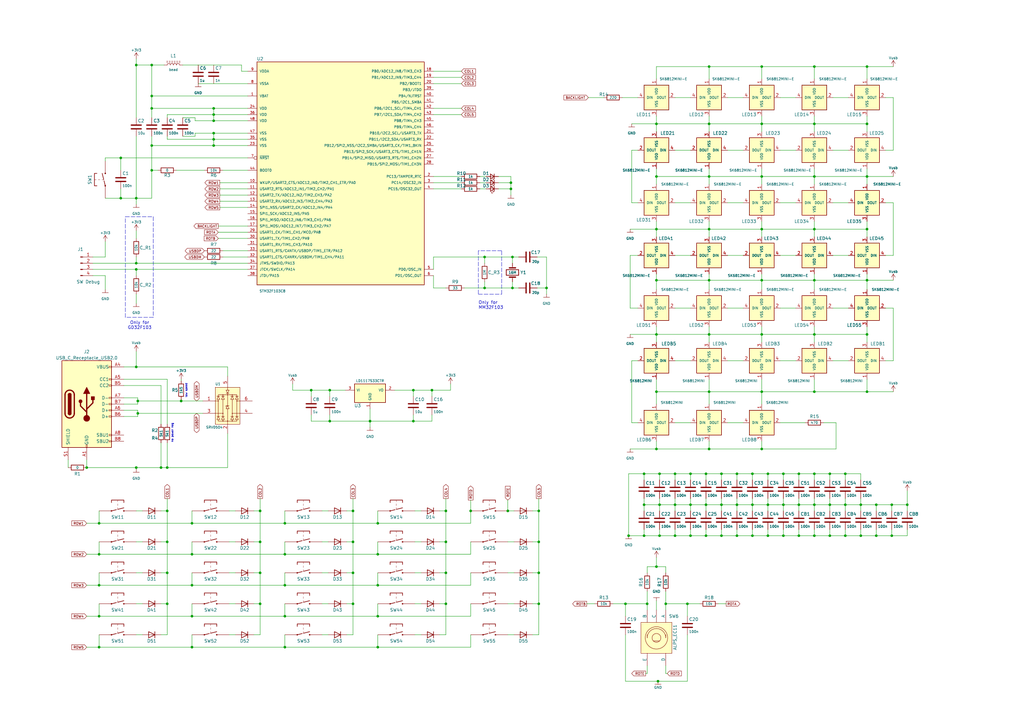
<source format=kicad_sch>
(kicad_sch (version 20211123) (generator eeschema)
  (paper "A3")
  (title_block (title "5x5x2") (company "dijkstrw"))
  (junction (at 283.21 219.71))
  (junction (at 312.42 160.655))
  (junction (at 312.42 114.935))
  (junction (at 78.74 227.33))
  (junction (at 40.64 252.73))
  (junction (at 106.68 247.65))
  (junction (at 321.31 194.31))
  (junction (at 289.56 207.01))
  (junction (at 290.83 27.305))
  (junction (at 359.41 219.71))
  (junction (at 270.51 207.01))
  (junction (at 151.765 172.72))
  (junction (at 312.42 72.39))
  (junction (at 116.84 252.73))
  (junction (at 193.04 209.55))
  (junction (at 56.515 164.465))
  (junction (at 334.01 93.98))
  (junction (at 55.88 107.95))
  (junction (at 220.98 247.65))
  (junction (at 314.96 219.71))
  (junction (at 208.28 209.55))
  (junction (at 365.76 207.01))
  (junction (at 264.16 219.71))
  (junction (at 35.56 191.77))
  (junction (at 169.545 160.02))
  (junction (at 334.01 219.71))
  (junction (at 106.68 222.25))
  (junction (at 68.58 247.65))
  (junction (at 269.24 93.98))
  (junction (at 372.11 207.01))
  (junction (at 55.88 110.49))
  (junction (at 340.36 207.01))
  (junction (at 78.74 265.43))
  (junction (at 290.83 114.935))
  (junction (at 182.88 222.25))
  (junction (at 224.155 118.11))
  (junction (at 308.61 207.01))
  (junction (at 182.88 209.55))
  (junction (at 273.05 247.65))
  (junction (at 210.185 118.11))
  (junction (at 312.42 137.16))
  (junction (at 334.01 160.655))
  (junction (at 270.51 194.31))
  (junction (at 290.83 184.15))
  (junction (at 78.74 240.03))
  (junction (at 87.63 49.53))
  (junction (at 40.64 265.43))
  (junction (at 135.255 160.02))
  (junction (at 68.58 209.55))
  (junction (at 334.01 50.8))
  (junction (at 49.53 64.77))
  (junction (at 154.94 227.33))
  (junction (at 209.55 74.93))
  (junction (at 289.56 219.71))
  (junction (at 62.23 26.67))
  (junction (at 220.98 234.95))
  (junction (at 55.88 150.495))
  (junction (at 353.06 207.01))
  (junction (at 302.26 207.01))
  (junction (at 198.755 118.11))
  (junction (at 334.01 72.39))
  (junction (at 302.26 194.31))
  (junction (at 87.63 44.45))
  (junction (at 78.74 252.73))
  (junction (at 308.61 194.31))
  (junction (at 154.94 265.43))
  (junction (at 327.66 207.01))
  (junction (at 144.78 247.65))
  (junction (at 290.83 137.16))
  (junction (at 314.96 194.31))
  (junction (at 312.42 27.305))
  (junction (at 346.71 219.71))
  (junction (at 78.74 214.63))
  (junction (at 365.76 219.71))
  (junction (at 290.83 93.98))
  (junction (at 355.6 72.39))
  (junction (at 256.54 247.65))
  (junction (at 154.94 214.63))
  (junction (at 68.58 191.77))
  (junction (at 116.84 227.33))
  (junction (at 264.16 207.01))
  (junction (at 334.01 207.01))
  (junction (at 312.42 50.8))
  (junction (at 144.78 234.95))
  (junction (at 49.53 81.28))
  (junction (at 265.43 247.65))
  (junction (at 62.23 39.37))
  (junction (at 154.94 240.03))
  (junction (at 334.01 137.16))
  (junction (at 312.42 93.98))
  (junction (at 269.24 160.655))
  (junction (at 74.295 164.465))
  (junction (at 182.88 234.95))
  (junction (at 169.545 172.72))
  (junction (at 302.26 219.71))
  (junction (at 334.01 194.31))
  (junction (at 270.51 219.71))
  (junction (at 116.84 265.43))
  (junction (at 209.55 77.47))
  (junction (at 116.84 214.63))
  (junction (at 264.16 194.31))
  (junction (at 359.41 207.01))
  (junction (at 295.91 207.01))
  (junction (at 346.71 194.31))
  (junction (at 220.98 209.55))
  (junction (at 116.84 240.03))
  (junction (at 106.68 209.55))
  (junction (at 269.24 50.8))
  (junction (at 334.01 114.935))
  (junction (at 87.63 46.99))
  (junction (at 62.23 44.45))
  (junction (at 106.68 234.95))
  (junction (at 198.755 105.41))
  (junction (at 276.86 207.01))
  (junction (at 56.515 169.545))
  (junction (at 269.24 72.39))
  (junction (at 40.64 214.63))
  (junction (at 55.88 191.77))
  (junction (at 314.96 207.01))
  (junction (at 283.21 207.01))
  (junction (at 257.81 219.71))
  (junction (at 87.63 59.69))
  (junction (at 346.71 207.01))
  (junction (at 62.23 59.69))
  (junction (at 308.61 219.71))
  (junction (at 87.63 54.61))
  (junction (at 290.83 160.655))
  (junction (at 340.36 219.71))
  (junction (at 355.6 160.655))
  (junction (at 327.66 194.31))
  (junction (at 144.78 222.25))
  (junction (at 269.24 114.935))
  (junction (at 312.42 184.15))
  (junction (at 40.64 240.03))
  (junction (at 355.6 27.305))
  (junction (at 87.63 57.15))
  (junction (at 290.83 50.8))
  (junction (at 177.165 160.02))
  (junction (at 334.01 27.305))
  (junction (at 269.24 137.16))
  (junction (at 276.86 219.71))
  (junction (at 55.88 81.28))
  (junction (at 355.6 50.8))
  (junction (at 144.78 209.55))
  (junction (at 269.875 279.4))
  (junction (at 210.185 105.41))
  (junction (at 295.91 194.31))
  (junction (at 269.24 184.15))
  (junction (at 135.255 172.72))
  (junction (at 154.94 252.73))
  (junction (at 269.24 232.41))
  (junction (at 127.635 160.02))
  (junction (at 353.06 219.71))
  (junction (at 327.66 219.71))
  (junction (at 355.6 137.16))
  (junction (at 66.04 191.77))
  (junction (at 340.36 194.31))
  (junction (at 281.94 247.65))
  (junction (at 289.56 194.31))
  (junction (at 68.58 234.95))
  (junction (at 355.6 93.98))
  (junction (at 283.21 194.31))
  (junction (at 220.98 222.25))
  (junction (at 321.31 219.71))
  (junction (at 355.6 114.935))
  (junction (at 55.88 26.67))
  (junction (at 68.58 222.25))
  (junction (at 290.83 72.39))
  (junction (at 182.88 247.65))
  (junction (at 295.91 219.71))
  (junction (at 40.64 227.33))
  (junction (at 62.23 69.85))
  (junction (at 276.86 194.31))
  (junction (at 321.31 207.01))
  (wire (pts (xy 55.88 107.95) (xy 101.6 107.95)))
  (wire (pts (xy 78.74 252.73) (xy 78.74 247.65)))
  (wire (pts (xy 74.93 26.67) (xy 99.06 26.67)))
  (wire (pts (xy 290.83 137.16) (xy 312.42 137.16)))
  (wire (pts (xy 224.155 118.11) (xy 224.155 120.65)))
  (wire (pts (xy 264.16 196.85) (xy 264.16 194.31)))
  (wire (pts (xy 116.84 227.33) (xy 116.84 222.25)))
  (wire (pts (xy 106.68 209.55) (xy 106.68 222.25)))
  (wire (pts (xy 314.96 207.01) (xy 321.31 207.01)))
  (wire (pts (xy 151.765 167.64) (xy 151.765 172.72)))
  (wire (pts (xy 290.83 184.15) (xy 269.24 184.15)))
  (wire (pts (xy 81.28 34.29) (xy 101.6 34.29)))
  (wire (pts (xy 182.88 260.35) (xy 180.34 260.35)))
  (wire (pts (xy 327.66 194.31) (xy 334.01 194.31)))
  (wire (pts (xy 50.8 163.195) (xy 56.515 163.195)))
  (wire (pts (xy 56.515 163.195) (xy 56.515 164.465)))
  (wire (pts (xy 74.295 163.83) (xy 74.295 164.465)))
  (wire (pts (xy 56.515 170.815) (xy 50.8 170.815)))
  (wire (pts (xy 312.42 93.98) (xy 312.42 97.155)))
  (wire (pts (xy 154.94 227.33) (xy 193.04 227.33)))
  (wire (pts (xy 269.24 72.39) (xy 290.83 72.39)))
  (wire (pts (xy 295.91 204.47) (xy 295.91 207.01)))
  (wire (pts (xy 120.015 160.02) (xy 120.015 157.48)))
  (wire (pts (xy 353.06 207.01) (xy 359.41 207.01)))
  (wire (pts (xy 312.42 50.8) (xy 334.01 50.8)))
  (wire (pts (xy 91.44 102.87) (xy 101.6 102.87)))
  (wire (pts (xy 259.08 83.185) (xy 261.62 83.185)))
  (wire (pts (xy 68.58 57.15) (xy 87.63 57.15)))
  (wire (pts (xy 80.01 49.53) (xy 87.63 49.53)))
  (wire (pts (xy 298.45 126.365) (xy 304.8 126.365)))
  (wire (pts (xy 289.56 194.31) (xy 295.91 194.31)))
  (wire (pts (xy 154.94 252.73) (xy 154.94 247.65)))
  (wire (pts (xy 180.34 209.55) (xy 182.88 209.55)))
  (wire (pts (xy 340.36 219.71) (xy 334.01 219.71)))
  (wire (pts (xy 38.1 110.49) (xy 55.88 110.49)))
  (wire (pts (xy 261.62 104.775) (xy 258.445 104.775)))
  (wire (pts (xy 134.62 209.55) (xy 132.08 209.55)))
  (wire (pts (xy 295.91 219.71) (xy 295.91 217.17)))
  (wire (pts (xy 177.8 74.93) (xy 189.23 74.93)))
  (wire (pts (xy 220.98 222.25) (xy 220.98 234.95)))
  (polyline (pts (xy 196.215 120.65) (xy 205.74 120.65)))
  (wire (pts (xy 276.86 147.955) (xy 283.21 147.955)))
  (wire (pts (xy 193.04 252.73) (xy 193.04 247.65)))
  (wire (pts (xy 365.76 217.17) (xy 365.76 219.71)))
  (wire (pts (xy 264.16 194.31) (xy 257.81 194.31)))
  (wire (pts (xy 220.98 247.65) (xy 220.98 260.35)))
  (wire (pts (xy 327.66 204.47) (xy 327.66 207.01)))
  (wire (pts (xy 87.63 44.45) (xy 87.63 46.99)))
  (wire (pts (xy 259.08 147.955) (xy 259.08 173.355)))
  (wire (pts (xy 321.31 207.01) (xy 327.66 207.01)))
  (wire (pts (xy 281.94 279.4) (xy 281.94 260.35)))
  (wire (pts (xy 56.515 169.545) (xy 56.515 170.815)))
  (wire (pts (xy 321.31 204.47) (xy 321.31 207.01)))
  (wire (pts (xy 355.6 160.655) (xy 366.395 160.655)))
  (wire (pts (xy 355.6 27.305) (xy 366.395 27.305)))
  (wire (pts (xy 68.58 46.99) (xy 68.58 48.26)))
  (wire (pts (xy 55.88 120.65) (xy 55.88 124.46)))
  (wire (pts (xy 209.55 77.47) (xy 204.47 77.47)))
  (wire (pts (xy 302.26 219.71) (xy 295.91 219.71)))
  (wire (pts (xy 269.24 137.16) (xy 290.83 137.16)))
  (wire (pts (xy 259.08 173.355) (xy 261.62 173.355)))
  (wire (pts (xy 198.755 118.11) (xy 210.185 118.11)))
  (wire (pts (xy 93.345 150.495) (xy 55.88 150.495)))
  (wire (pts (xy 142.24 209.55) (xy 144.78 209.55)))
  (wire (pts (xy 273.05 276.225) (xy 273.05 273.05)))
  (wire (pts (xy 334.01 204.47) (xy 334.01 207.01)))
  (wire (pts (xy 55.88 110.49) (xy 55.88 113.03)))
  (wire (pts (xy 340.36 204.47) (xy 340.36 207.01)))
  (wire (pts (xy 55.88 105.41) (xy 55.88 107.95)))
  (wire (pts (xy 177.8 105.41) (xy 177.8 110.49)))
  (wire (pts (xy 270.51 194.31) (xy 270.51 196.85)))
  (wire (pts (xy 116.84 265.43) (xy 116.84 260.35)))
  (wire (pts (xy 91.44 69.85) (xy 101.6 69.85)))
  (wire (pts (xy 177.165 160.02) (xy 184.785 160.02)))
  (wire (pts (xy 78.74 227.33) (xy 116.84 227.33)))
  (wire (pts (xy 78.74 214.63) (xy 78.74 209.55)))
  (wire (pts (xy 341.63 61.595) (xy 347.98 61.595)))
  (wire (pts (xy 269.24 93.98) (xy 269.24 97.155)))
  (wire (pts (xy 154.94 265.43) (xy 193.04 265.43)))
  (wire (pts (xy 40.64 222.25) (xy 40.64 227.33)))
  (wire (pts (xy 135.255 162.56) (xy 135.255 160.02)))
  (wire (pts (xy 38.1 107.95) (xy 55.88 107.95)))
  (wire (pts (xy 320.04 173.355) (xy 330.2 173.355)))
  (wire (pts (xy 78.74 214.63) (xy 116.84 214.63)))
  (wire (pts (xy 38.1 105.41) (xy 43.18 105.41)))
  (wire (pts (xy 177.8 77.47) (xy 189.23 77.47)))
  (wire (pts (xy 308.61 219.71) (xy 308.61 217.17)))
  (wire (pts (xy 68.58 222.25) (xy 68.58 234.95)))
  (wire (pts (xy 334.01 219.71) (xy 334.01 217.17)))
  (wire (pts (xy 172.72 247.65) (xy 170.18 247.65)))
  (wire (pts (xy 256.54 260.35) (xy 256.54 279.4)))
  (wire (pts (xy 289.56 219.71) (xy 283.21 219.71)))
  (wire (pts (xy 218.44 209.55) (xy 220.98 209.55)))
  (wire (pts (xy 269.24 47.625) (xy 269.24 50.8)))
  (wire (pts (xy 353.06 207.01) (xy 353.06 209.55)))
  (wire (pts (xy 49.53 81.28) (xy 49.53 77.47)))
  (wire (pts (xy 251.46 247.65) (xy 256.54 247.65)))
  (wire (pts (xy 327.66 194.31) (xy 327.66 196.85)))
  (wire (pts (xy 193.04 214.63) (xy 193.04 209.55)))
  (wire (pts (xy 334.01 93.98) (xy 334.01 97.155)))
  (wire (pts (xy 78.74 265.43) (xy 78.74 260.35)))
  (wire (pts (xy 96.52 222.25) (xy 93.98 222.25)))
  (wire (pts (xy 72.39 69.85) (xy 83.82 69.85)))
  (wire (pts (xy 312.42 114.935) (xy 312.42 118.745)))
  (wire (pts (xy 355.6 69.215) (xy 355.6 72.39)))
  (wire (pts (xy 101.6 39.37) (xy 62.23 39.37)))
  (wire (pts (xy 258.445 93.98) (xy 269.24 93.98)))
  (wire (pts (xy 314.96 219.71) (xy 308.61 219.71)))
  (wire (pts (xy 172.72 234.95) (xy 170.18 234.95)))
  (wire (pts (xy 68.58 234.95) (xy 68.58 247.65)))
  (wire (pts (xy 265.43 247.65) (xy 265.43 242.57)))
  (wire (pts (xy 365.76 207.01) (xy 372.11 207.01)))
  (wire (pts (xy 320.04 104.775) (xy 326.39 104.775)))
  (wire (pts (xy 172.72 222.25) (xy 170.18 222.25)))
  (wire (pts (xy 56.515 164.465) (xy 74.295 164.465)))
  (wire (pts (xy 66.04 222.25) (xy 68.58 222.25)))
  (wire (pts (xy 290.83 27.305) (xy 290.83 32.385)))
  (wire (pts (xy 355.6 27.305) (xy 334.01 27.305)))
  (wire (pts (xy 154.94 214.63) (xy 154.94 209.55)))
  (wire (pts (xy 68.58 209.55) (xy 68.58 222.25)))
  (wire (pts (xy 210.82 260.35) (xy 208.28 260.35)))
  (wire (pts (xy 269.24 50.8) (xy 269.24 53.975)))
  (wire (pts (xy 40.64 260.35) (xy 40.64 265.43)))
  (wire (pts (xy 327.66 207.01) (xy 327.66 209.55)))
  (wire (pts (xy 298.45 61.595) (xy 304.8 61.595)))
  (wire (pts (xy 89.535 95.25) (xy 101.6 95.25)))
  (wire (pts (xy 355.6 50.8) (xy 355.6 53.975)))
  (wire (pts (xy 80.01 48.26) (xy 80.01 49.53)))
  (polyline (pts (xy 196.215 102.87) (xy 196.215 120.65)))
  (wire (pts (xy 127.635 162.56) (xy 127.635 160.02)))
  (wire (pts (xy 135.255 172.72) (xy 135.255 170.18)))
  (wire (pts (xy 210.82 234.95) (xy 208.28 234.95)))
  (wire (pts (xy 269.24 112.395) (xy 269.24 114.935)))
  (wire (pts (xy 256.54 279.4) (xy 269.875 279.4)))
  (wire (pts (xy 290.83 133.985) (xy 290.83 137.16)))
  (wire (pts (xy 346.71 194.31) (xy 346.71 196.85)))
  (wire (pts (xy 104.14 209.55) (xy 106.68 209.55)))
  (wire (pts (xy 99.06 29.21) (xy 99.06 26.67)))
  (wire (pts (xy 144.78 247.65) (xy 144.78 260.35)))
  (wire (pts (xy 66.04 191.77) (xy 55.88 191.77)))
  (wire (pts (xy 334.01 194.31) (xy 340.36 194.31)))
  (wire (pts (xy 93.345 177.8) (xy 93.345 191.77)))
  (wire (pts (xy 106.68 234.95) (xy 106.68 247.65)))
  (wire (pts (xy 264.16 194.31) (xy 270.51 194.31)))
  (wire (pts (xy 87.63 46.99) (xy 101.6 46.99)))
  (wire (pts (xy 265.43 232.41) (xy 269.24 232.41)))
  (wire (pts (xy 359.41 207.01) (xy 359.41 209.55)))
  (wire (pts (xy 264.16 219.71) (xy 264.16 217.17)))
  (wire (pts (xy 308.61 207.01) (xy 308.61 209.55)))
  (wire (pts (xy 334.01 50.8) (xy 334.01 53.975)))
  (wire (pts (xy 289.56 207.01) (xy 289.56 209.55)))
  (wire (pts (xy 193.04 265.43) (xy 193.04 260.35)))
  (wire (pts (xy 55.88 24.13) (xy 55.88 26.67)))
  (wire (pts (xy 135.255 160.02) (xy 141.605 160.02)))
  (wire (pts (xy 314.96 204.47) (xy 314.96 207.01)))
  (wire (pts (xy 154.94 240.03) (xy 193.04 240.03)))
  (wire (pts (xy 355.6 93.98) (xy 355.6 97.155)))
  (wire (pts (xy 58.42 247.65) (xy 55.88 247.65)))
  (wire (pts (xy 269.24 114.935) (xy 269.24 118.745)))
  (wire (pts (xy 346.71 207.01) (xy 346.71 209.55)))
  (wire (pts (xy 366.395 104.775) (xy 363.22 104.775)))
  (wire (pts (xy 372.11 217.17) (xy 372.11 219.71)))
  (wire (pts (xy 372.11 207.01) (xy 372.11 209.55)))
  (wire (pts (xy 264.16 207.01) (xy 270.51 207.01)))
  (wire (pts (xy 177.8 118.11) (xy 182.88 118.11)))
  (wire (pts (xy 134.62 234.95) (xy 132.08 234.95)))
  (wire (pts (xy 308.61 207.01) (xy 314.96 207.01)))
  (wire (pts (xy 346.71 219.71) (xy 340.36 219.71)))
  (wire (pts (xy 209.55 74.93) (xy 209.55 77.47)))
  (wire (pts (xy 366.395 147.955) (xy 363.22 147.955)))
  (wire (pts (xy 90.17 77.47) (xy 101.6 77.47)))
  (wire (pts (xy 269.24 93.98) (xy 290.83 93.98)))
  (wire (pts (xy 312.42 137.16) (xy 334.01 137.16)))
  (wire (pts (xy 340.36 194.31) (xy 346.71 194.31)))
  (wire (pts (xy 341.63 83.185) (xy 347.98 83.185)))
  (wire (pts (xy 40.64 252.73) (xy 78.74 252.73)))
  (wire (pts (xy 78.74 234.95) (xy 78.74 240.03)))
  (polyline (pts (xy 205.74 102.87) (xy 196.215 102.87)))
  (wire (pts (xy 50.8 155.575) (xy 68.58 155.575)))
  (wire (pts (xy 355.6 112.395) (xy 355.6 114.935)))
  (wire (pts (xy 74.295 156.21) (xy 74.295 155.575)))
  (wire (pts (xy 96.52 209.55) (xy 93.98 209.55)))
  (wire (pts (xy 90.17 80.01) (xy 101.6 80.01)))
  (wire (pts (xy 43.18 113.03) (xy 43.18 118.745)))
  (wire (pts (xy 276.86 126.365) (xy 283.21 126.365)))
  (wire (pts (xy 104.14 234.95) (xy 106.68 234.95)))
  (wire (pts (xy 327.66 219.71) (xy 327.66 217.17)))
  (wire (pts (xy 312.42 112.395) (xy 312.42 114.935)))
  (wire (pts (xy 269.24 133.985) (xy 269.24 137.16)))
  (wire (pts (xy 320.04 61.595) (xy 326.39 61.595)))
  (wire (pts (xy 182.88 204.47) (xy 182.88 209.55)))
  (wire (pts (xy 154.94 265.43) (xy 154.94 260.35)))
  (wire (pts (xy 366.395 126.365) (xy 366.395 147.955)))
  (wire (pts (xy 276.86 194.31) (xy 283.21 194.31)))
  (wire (pts (xy 210.185 105.41) (xy 212.725 105.41)))
  (wire (pts (xy 290.83 69.215) (xy 290.83 72.39)))
  (wire (pts (xy 281.94 247.65) (xy 273.05 247.65)))
  (wire (pts (xy 264.16 207.01) (xy 264.16 209.55)))
  (wire (pts (xy 363.22 126.365) (xy 366.395 126.365)))
  (wire (pts (xy 290.83 160.655) (xy 312.42 160.655)))
  (wire (pts (xy 66.04 158.115) (xy 66.04 173.99)))
  (wire (pts (xy 312.42 47.625) (xy 312.42 50.8)))
  (wire (pts (xy 193.04 205.105) (xy 193.04 209.55)))
  (wire (pts (xy 177.8 31.75) (xy 189.23 31.75)))
  (wire (pts (xy 116.84 240.03) (xy 154.94 240.03)))
  (wire (pts (xy 40.64 240.03) (xy 40.64 234.95)))
  (wire (pts (xy 144.78 247.65) (xy 142.24 247.65)))
  (polyline (pts (xy 205.74 120.65) (xy 205.74 102.87)))
  (wire (pts (xy 269.24 246.38) (xy 269.24 250.19)))
  (wire (pts (xy 196.85 72.39) (xy 199.39 72.39)))
  (wire (pts (xy 290.83 72.39) (xy 312.42 72.39)))
  (wire (pts (xy 193.04 240.03) (xy 193.04 234.95)))
  (wire (pts (xy 193.04 227.33) (xy 193.04 222.25)))
  (wire (pts (xy 154.94 214.63) (xy 193.04 214.63)))
  (wire (pts (xy 184.785 160.02) (xy 184.785 157.48)))
  (wire (pts (xy 27.94 188.595) (xy 27.94 191.77)))
  (wire (pts (xy 66.04 209.55) (xy 68.58 209.55)))
  (wire (pts (xy 256.54 247.65) (xy 265.43 247.65)))
  (wire (pts (xy 295.91 207.01) (xy 295.91 209.55)))
  (wire (pts (xy 298.45 147.955) (xy 304.8 147.955)))
  (wire (pts (xy 289.56 219.71) (xy 289.56 217.17)))
  (wire (pts (xy 290.83 93.98) (xy 312.42 93.98)))
  (wire (pts (xy 298.45 83.185) (xy 304.8 83.185)))
  (wire (pts (xy 142.24 234.95) (xy 144.78 234.95)))
  (wire (pts (xy 321.31 194.31) (xy 327.66 194.31)))
  (wire (pts (xy 49.53 64.77) (xy 101.6 64.77)))
  (wire (pts (xy 283.21 219.71) (xy 283.21 217.17)))
  (wire (pts (xy 182.88 234.95) (xy 182.88 247.65)))
  (wire (pts (xy 106.68 247.65) (xy 104.14 247.65)))
  (wire (pts (xy 341.63 147.955) (xy 347.98 147.955)))
  (wire (pts (xy 265.43 276.225) (xy 265.43 273.05)))
  (wire (pts (xy 298.45 40.005) (xy 304.8 40.005)))
  (wire (pts (xy 116.84 214.63) (xy 154.94 214.63)))
  (wire (pts (xy 314.96 207.01) (xy 314.96 209.55)))
  (wire (pts (xy 298.45 104.775) (xy 304.8 104.775)))
  (wire (pts (xy 210.185 115.57) (xy 210.185 118.11)))
  (wire (pts (xy 40.64 240.03) (xy 78.74 240.03)))
  (wire (pts (xy 312.42 93.98) (xy 334.01 93.98)))
  (wire (pts (xy 290.83 90.805) (xy 290.83 93.98)))
  (wire (pts (xy 180.34 222.25) (xy 182.88 222.25)))
  (wire (pts (xy 144.78 204.47) (xy 144.78 209.55)))
  (wire (pts (xy 40.64 227.33) (xy 78.74 227.33)))
  (polyline (pts (xy 62.865 130.175) (xy 51.435 130.175)))
  (wire (pts (xy 290.83 155.575) (xy 290.83 160.655)))
  (wire (pts (xy 62.23 69.85) (xy 62.23 59.69)))
  (wire (pts (xy 334.01 207.01) (xy 327.66 207.01)))
  (wire (pts (xy 78.74 265.43) (xy 116.84 265.43)))
  (wire (pts (xy 189.23 34.29) (xy 177.8 34.29)))
  (wire (pts (xy 264.795 276.225) (xy 265.43 276.225)))
  (wire (pts (xy 366.395 40.005) (xy 366.395 61.595)))
  (wire (pts (xy 281.94 247.65) (xy 281.94 252.73)))
  (wire (pts (xy 240.665 247.65) (xy 243.84 247.65)))
  (wire (pts (xy 258.445 126.365) (xy 261.62 126.365)))
  (wire (pts (xy 269.24 137.16) (xy 269.24 140.335)))
  (wire (pts (xy 287.02 247.65) (xy 281.94 247.65)))
  (wire (pts (xy 66.04 234.95) (xy 68.58 234.95)))
  (wire (pts (xy 49.53 64.77) (xy 49.53 69.85)))
  (wire (pts (xy 204.47 72.39) (xy 209.55 72.39)))
  (wire (pts (xy 35.56 227.33) (xy 40.64 227.33)))
  (wire (pts (xy 289.56 207.01) (xy 295.91 207.01)))
  (wire (pts (xy 144.78 260.35) (xy 142.24 260.35)))
  (wire (pts (xy 78.74 252.73) (xy 116.84 252.73)))
  (wire (pts (xy 283.21 219.71) (xy 276.86 219.71)))
  (wire (pts (xy 320.04 126.365) (xy 326.39 126.365)))
  (wire (pts (xy 334.01 32.385) (xy 334.01 27.305)))
  (wire (pts (xy 50.8 165.735) (xy 56.515 165.735)))
  (wire (pts (xy 273.05 247.65) (xy 273.05 250.19)))
  (wire (pts (xy 346.71 207.01) (xy 353.06 207.01)))
  (wire (pts (xy 302.26 207.01) (xy 302.26 209.55)))
  (wire (pts (xy 353.06 194.31) (xy 353.06 196.85)))
  (wire (pts (xy 321.31 207.01) (xy 321.31 209.55)))
  (wire (pts (xy 270.51 219.71) (xy 264.16 219.71)))
  (wire (pts (xy 224.155 118.11) (xy 220.345 118.11)))
  (wire (pts (xy 334.01 114.935) (xy 355.6 114.935)))
  (wire (pts (xy 66.04 181.61) (xy 66.04 191.77)))
  (wire (pts (xy 270.51 219.71) (xy 270.51 217.17)))
  (wire (pts (xy 359.41 207.01) (xy 365.76 207.01)))
  (wire (pts (xy 49.53 81.28) (xy 55.88 81.28)))
  (wire (pts (xy 120.015 160.02) (xy 127.635 160.02)))
  (wire (pts (xy 355.6 160.655) (xy 334.01 160.655)))
  (wire (pts (xy 218.44 234.95) (xy 220.98 234.95)))
  (wire (pts (xy 269.24 232.41) (xy 273.05 232.41)))
  (wire (pts (xy 302.26 207.01) (xy 308.61 207.01)))
  (wire (pts (xy 55.88 26.67) (xy 55.88 48.26)))
  (wire (pts (xy 177.165 172.72) (xy 177.165 170.18)))
  (wire (pts (xy 314.96 219.71) (xy 314.96 217.17)))
  (wire (pts (xy 40.64 247.65) (xy 40.64 252.73)))
  (wire (pts (xy 341.63 104.775) (xy 347.98 104.775)))
  (wire (pts (xy 294.64 247.65) (xy 297.815 247.65)))
  (wire (pts (xy 341.63 40.005) (xy 347.98 40.005)))
  (wire (pts (xy 35.56 191.77) (xy 35.56 188.595)))
  (wire (pts (xy 62.23 26.67) (xy 67.31 26.67)))
  (wire (pts (xy 78.74 227.33) (xy 78.74 222.25)))
  (wire (pts (xy 346.71 194.31) (xy 353.06 194.31)))
  (wire (pts (xy 55.88 26.67) (xy 62.23 26.67)))
  (wire (pts (xy 50.8 150.495) (xy 55.88 150.495)))
  (wire (pts (xy 269.24 32.385) (xy 269.24 27.305)))
  (wire (pts (xy 295.91 219.71) (xy 289.56 219.71)))
  (wire (pts (xy 359.41 219.71) (xy 353.06 219.71)))
  (wire (pts (xy 334.01 27.305) (xy 312.42 27.305)))
  (wire (pts (xy 259.08 61.595) (xy 259.08 83.185)))
  (wire (pts (xy 96.52 247.65) (xy 93.98 247.65)))
  (wire (pts (xy 87.63 54.61) (xy 87.63 57.15)))
  (wire (pts (xy 68.58 181.61) (xy 68.58 191.77)))
  (wire (pts (xy 38.1 113.03) (xy 43.18 113.03)))
  (wire (pts (xy 35.56 265.43) (xy 40.64 265.43)))
  (wire (pts (xy 116.84 265.43) (xy 154.94 265.43)))
  (wire (pts (xy 283.21 207.01) (xy 289.56 207.01)))
  (wire (pts (xy 134.62 260.35) (xy 132.08 260.35)))
  (wire (pts (xy 308.61 194.31) (xy 314.96 194.31)))
  (wire (pts (xy 93.345 150.495) (xy 93.345 154.305)))
  (wire (pts (xy 55.88 144.145) (xy 55.88 150.495)))
  (wire (pts (xy 276.86 83.185) (xy 283.21 83.185)))
  (wire (pts (xy 209.55 72.39) (xy 209.55 74.93)))
  (wire (pts (xy 312.42 90.805) (xy 312.42 93.98)))
  (wire (pts (xy 269.24 114.935) (xy 290.83 114.935)))
  (wire (pts (xy 302.26 219.71) (xy 302.26 217.17)))
  (wire (pts (xy 101.6 82.55) (xy 90.17 82.55)))
  (wire (pts (xy 106.68 247.65) (xy 106.68 260.35)))
  (wire (pts (xy 127.635 172.72) (xy 135.255 172.72)))
  (wire (pts (xy 308.61 204.47) (xy 308.61 207.01)))
  (wire (pts (xy 258.445 137.16) (xy 269.24 137.16)))
  (polyline (pts (xy 51.435 88.9) (xy 62.865 88.9)))
  (wire (pts (xy 269.24 27.305) (xy 290.83 27.305)))
  (wire (pts (xy 295.91 194.31) (xy 302.26 194.31)))
  (wire (pts (xy 43.18 66.04) (xy 43.18 64.77)))
  (wire (pts (xy 87.63 59.69) (xy 101.6 59.69)))
  (wire (pts (xy 142.24 222.25) (xy 144.78 222.25)))
  (wire (pts (xy 80.01 54.61) (xy 87.63 54.61)))
  (wire (pts (xy 90.17 85.09) (xy 101.6 85.09)))
  (wire (pts (xy 135.255 172.72) (xy 151.765 172.72)))
  (wire (pts (xy 127.635 160.02) (xy 135.255 160.02)))
  (wire (pts (xy 295.91 194.31) (xy 295.91 196.85)))
  (wire (pts (xy 273.05 232.41) (xy 273.05 234.95)))
  (wire (pts (xy 58.42 234.95) (xy 55.88 234.95)))
  (wire (pts (xy 144.78 209.55) (xy 144.78 222.25)))
  (wire (pts (xy 96.52 260.35) (xy 93.98 260.35)))
  (wire (pts (xy 290.83 180.975) (xy 290.83 184.15)))
  (wire (pts (xy 55.88 110.49) (xy 101.6 110.49)))
  (wire (pts (xy 290.83 112.395) (xy 290.83 114.935)))
  (wire (pts (xy 55.88 191.77) (xy 35.56 191.77)))
  (wire (pts (xy 334.01 72.39) (xy 334.01 75.565)))
  (wire (pts (xy 273.05 242.57) (xy 273.05 247.65)))
  (wire (pts (xy 116.84 252.73) (xy 116.84 247.65)))
  (wire (pts (xy 62.23 81.28) (xy 62.23 69.85)))
  (wire (pts (xy 80.01 55.88) (xy 80.01 54.61)))
  (wire (pts (xy 74.295 164.465) (xy 83.185 164.465)))
  (wire (pts (xy 55.88 81.28) (xy 55.88 83.82)))
  (wire (pts (xy 334.01 137.16) (xy 355.6 137.16)))
  (wire (pts (xy 169.545 172.72) (xy 169.545 170.18)))
  (wire (pts (xy 337.82 173.355) (xy 342.9 173.355)))
  (wire (pts (xy 218.44 222.25) (xy 220.98 222.25)))
  (wire (pts (xy 265.43 234.95) (xy 265.43 232.41)))
  (wire (pts (xy 209.55 77.47) (xy 209.55 80.01)))
  (wire (pts (xy 127.635 172.72) (xy 127.635 170.18)))
  (wire (pts (xy 190.5 118.11) (xy 198.755 118.11)))
  (wire (pts (xy 101.6 29.21) (xy 99.06 29.21)))
  (wire (pts (xy 257.81 219.71) (xy 264.16 219.71)))
  (wire (pts (xy 312.42 69.215) (xy 312.42 72.39)))
  (wire (pts (xy 269.24 155.575) (xy 269.24 160.655)))
  (wire (pts (xy 276.86 104.775) (xy 283.21 104.775)))
  (wire (pts (xy 365.76 207.01) (xy 365.76 209.55)))
  (wire (pts (xy 334.01 50.8) (xy 355.6 50.8)))
  (wire (pts (xy 334.01 72.39) (xy 355.6 72.39)))
  (wire (pts (xy 182.88 209.55) (xy 182.88 222.25)))
  (wire (pts (xy 276.86 219.71) (xy 270.51 219.71)))
  (wire (pts (xy 355.6 137.16) (xy 355.6 140.335)))
  (wire (pts (xy 273.685 276.225) (xy 273.05 276.225)))
  (wire (pts (xy 106.68 204.47) (xy 106.68 209.55)))
  (wire (pts (xy 276.86 173.355) (xy 283.21 173.355)))
  (wire (pts (xy 220.98 204.47) (xy 220.98 209.55)))
  (wire (pts (xy 198.755 105.41) (xy 198.755 107.95)))
  (wire (pts (xy 355.6 114.935) (xy 366.395 114.935)))
  (wire (pts (xy 290.83 50.8) (xy 312.42 50.8)))
  (wire (pts (xy 283.21 194.31) (xy 283.21 196.85)))
  (wire (pts (xy 298.45 173.355) (xy 304.8 173.355)))
  (wire (pts (xy 151.765 172.72) (xy 151.765 175.26)))
  (wire (pts (xy 220.345 105.41) (xy 224.155 105.41)))
  (wire (pts (xy 116.84 252.73) (xy 154.94 252.73)))
  (wire (pts (xy 55.88 192.405) (xy 55.88 191.77)))
  (wire (pts (xy 68.58 260.35) (xy 66.04 260.35)))
  (wire (pts (xy 68.58 247.65) (xy 66.04 247.65)))
  (wire (pts (xy 355.6 133.985) (xy 355.6 137.16)))
  (wire (pts (xy 355.6 114.935) (xy 355.6 118.745)))
  (wire (pts (xy 177.8 113.03) (xy 177.8 118.11)))
  (wire (pts (xy 68.58 247.65) (xy 68.58 260.35)))
  (wire (pts (xy 116.84 227.33) (xy 154.94 227.33)))
  (wire (pts (xy 220.98 260.35) (xy 218.44 260.35)))
  (wire (pts (xy 35.56 240.03) (xy 40.64 240.03)))
  (wire (pts (xy 290.83 114.935) (xy 312.42 114.935)))
  (wire (pts (xy 169.545 160.02) (xy 177.165 160.02)))
  (wire (pts (xy 341.63 126.365) (xy 347.98 126.365)))
  (wire (pts (xy 55.88 81.28) (xy 62.23 81.28)))
  (wire (pts (xy 340.36 207.01) (xy 346.71 207.01)))
  (wire (pts (xy 204.47 74.93) (xy 209.55 74.93)))
  (wire (pts (xy 355.6 155.575) (xy 355.6 160.655)))
  (wire (pts (xy 312.42 137.16) (xy 312.42 140.335)))
  (wire (pts (xy 210.82 222.25) (xy 208.28 222.25)))
  (wire (pts (xy 43.18 81.28) (xy 49.53 81.28)))
  (wire (pts (xy 308.61 194.31) (xy 308.61 196.85)))
  (wire (pts (xy 283.21 194.31) (xy 289.56 194.31)))
  (wire (pts (xy 220.98 209.55) (xy 220.98 222.25)))
  (wire (pts (xy 62.23 26.67) (xy 62.23 39.37)))
  (wire (pts (xy 334.01 137.16) (xy 334.01 140.335)))
  (wire (pts (xy 62.23 69.85) (xy 64.77 69.85)))
  (wire (pts (xy 144.78 222.25) (xy 144.78 234.95)))
  (wire (pts (xy 104.14 222.25) (xy 106.68 222.25)))
  (wire (pts (xy 363.22 83.185) (xy 366.395 83.185)))
  (wire (pts (xy 290.83 160.655) (xy 290.83 165.735)))
  (wire (pts (xy 366.395 83.185) (xy 366.395 104.775)))
  (wire (pts (xy 308.61 219.71) (xy 302.26 219.71)))
  (wire (pts (xy 58.42 222.25) (xy 55.88 222.25)))
  (wire (pts (xy 314.96 194.31) (xy 314.96 196.85)))
  (wire (pts (xy 290.83 72.39) (xy 290.83 75.565)))
  (wire (pts (xy 91.44 105.41) (xy 101.6 105.41)))
  (wire (pts (xy 269.24 69.215) (xy 269.24 72.39)))
  (wire (pts (xy 270.51 207.01) (xy 276.86 207.01)))
  (wire (pts (xy 106.68 260.35) (xy 104.14 260.35)))
  (wire (pts (xy 78.74 240.03) (xy 116.84 240.03)))
  (wire (pts (xy 87.63 57.15) (xy 87.63 59.69)))
  (wire (pts (xy 189.23 46.99) (xy 177.8 46.99)))
  (wire (pts (xy 312.42 155.575) (xy 312.42 160.655)))
  (wire (pts (xy 56.515 169.545) (xy 83.185 169.545)))
  (wire (pts (xy 289.56 194.31) (xy 289.56 196.85)))
  (wire (pts (xy 270.51 204.47) (xy 270.51 207.01)))
  (wire (pts (xy 87.63 46.99) (xy 87.63 49.53)))
  (wire (pts (xy 290.83 50.8) (xy 290.83 53.975)))
  (wire (pts (xy 116.84 214.63) (xy 116.84 209.55)))
  (wire (pts (xy 196.85 77.47) (xy 199.39 77.47)))
  (wire (pts (xy 87.63 57.15) (xy 101.6 57.15)))
  (wire (pts (xy 93.98 234.95) (xy 96.52 234.95)))
  (wire (pts (xy 334.01 207.01) (xy 334.01 209.55)))
  (wire (pts (xy 189.23 29.21) (xy 177.8 29.21)))
  (wire (pts (xy 334.01 93.98) (xy 355.6 93.98)))
  (polyline (pts (xy 51.435 130.175) (xy 51.435 88.9)))
  (wire (pts (xy 366.395 61.595) (xy 363.22 61.595)))
  (wire (pts (xy 355.6 90.805) (xy 355.6 93.98)))
  (wire (pts (xy 312.42 27.305) (xy 290.83 27.305)))
  (wire (pts (xy 269.24 90.805) (xy 269.24 93.98)))
  (wire (pts (xy 270.51 207.01) (xy 270.51 209.55)))
  (wire (pts (xy 68.58 55.88) (xy 68.58 57.15)))
  (wire (pts (xy 276.86 40.005) (xy 283.21 40.005)))
  (wire (pts (xy 302.26 194.31) (xy 302.26 196.85)))
  (wire (pts (xy 74.93 48.26) (xy 80.01 48.26)))
  (wire (pts (xy 116.84 240.03) (xy 116.84 234.95)))
  (wire (pts (xy 50.8 158.115) (xy 66.04 158.115)))
  (wire (pts (xy 35.56 214.63) (xy 40.64 214.63)))
  (wire (pts (xy 169.545 172.72) (xy 177.165 172.72)))
  (wire (pts (xy 312.42 50.8) (xy 312.42 53.975)))
  (wire (pts (xy 40.64 214.63) (xy 40.64 209.55)))
  (wire (pts (xy 210.185 105.41) (xy 210.185 107.95)))
  (wire (pts (xy 372.11 207.01) (xy 372.11 201.295)))
  (wire (pts (xy 334.01 47.625) (xy 334.01 50.8)))
  (wire (pts (xy 276.86 207.01) (xy 276.86 209.55)))
  (wire (pts (xy 261.62 61.595) (xy 259.08 61.595)))
  (wire (pts (xy 55.88 55.88) (xy 55.88 81.28)))
  (wire (pts (xy 342.9 184.15) (xy 312.42 184.15)))
  (wire (pts (xy 56.515 164.465) (xy 56.515 165.735)))
  (wire (pts (xy 269.24 50.8) (xy 290.83 50.8)))
  (wire (pts (xy 290.83 93.98) (xy 290.83 97.155)))
  (wire (pts (xy 161.925 160.02) (xy 169.545 160.02)))
  (wire (pts (xy 180.34 234.95) (xy 182.88 234.95)))
  (wire (pts (xy 265.43 247.65) (xy 265.43 250.19)))
  (wire (pts (xy 334.01 90.805) (xy 334.01 93.98)))
  (wire (pts (xy 210.82 209.55) (xy 208.28 209.55)))
  (wire (pts (xy 134.62 222.25) (xy 132.08 222.25)))
  (wire (pts (xy 290.83 114.935) (xy 290.83 118.745)))
  (wire (pts (xy 68.58 155.575) (xy 68.58 173.99)))
  (wire (pts (xy 177.8 44.45) (xy 189.23 44.45)))
  (wire (pts (xy 365.76 219.71) (xy 359.41 219.71)))
  (wire (pts (xy 334.01 69.215) (xy 334.01 72.39)))
  (wire (pts (xy 241.3 40.005) (xy 247.65 40.005)))
  (wire (pts (xy 35.56 252.73) (xy 40.64 252.73)))
  (wire (pts (xy 269.24 228.6) (xy 269.24 232.41)))
  (wire (pts (xy 314.96 194.31) (xy 321.31 194.31)))
  (wire (pts (xy 312.42 160.655) (xy 334.01 160.655)))
  (wire (pts (xy 302.26 204.47) (xy 302.26 207.01)))
  (wire (pts (xy 258.445 104.775) (xy 258.445 126.365)))
  (wire (pts (xy 302.26 194.31) (xy 308.61 194.31)))
  (wire (pts (xy 134.62 247.65) (xy 132.08 247.65)))
  (wire (pts (xy 87.63 49.53) (xy 101.6 49.53)))
  (wire (pts (xy 43.18 64.77) (xy 49.53 64.77)))
  (wire (pts (xy 62.23 44.45) (xy 62.23 48.26)))
  (polyline (pts (xy 62.865 88.9) (xy 62.865 130.175)))
  (wire (pts (xy 355.6 72.39) (xy 355.6 75.565)))
  (wire (pts (xy 359.41 217.17) (xy 359.41 219.71)))
  (wire (pts (xy 87.63 44.45) (xy 101.6 44.45)))
  (wire (pts (xy 261.62 147.955) (xy 259.08 147.955)))
  (wire (pts (xy 283.21 204.47) (xy 283.21 207.01)))
  (wire (pts (xy 74.93 55.88) (xy 80.01 55.88)))
  (wire (pts (xy 346.71 204.47) (xy 346.71 207.01)))
  (wire (pts (xy 220.98 247.65) (xy 218.44 247.65)))
  (wire (pts (xy 210.82 247.65) (xy 208.28 247.65)))
  (wire (pts (xy 259.08 50.8) (xy 269.24 50.8)))
  (wire (pts (xy 289.56 204.47) (xy 289.56 207.01)))
  (wire (pts (xy 366.395 72.39) (xy 355.6 72.39)))
  (wire (pts (xy 172.72 260.35) (xy 170.18 260.35)))
  (wire (pts (xy 372.11 219.71) (xy 365.76 219.71)))
  (wire (pts (xy 283.21 207.01) (xy 283.21 209.55)))
  (wire (pts (xy 154.94 240.03) (xy 154.94 234.95)))
  (wire (pts (xy 50.8 168.275) (xy 56.515 168.275)))
  (wire (pts (xy 340.36 194.31) (xy 340.36 196.85)))
  (wire (pts (xy 151.765 172.72) (xy 169.545 172.72)))
  (wire (pts (xy 255.27 40.005) (xy 261.62 40.005)))
  (wire (pts (xy 312.42 184.15) (xy 290.83 184.15)))
  (wire (pts (xy 256.54 247.65) (xy 256.54 252.73)))
  (wire (pts (xy 58.42 260.35) (xy 55.88 260.35)))
  (wire (pts (xy 177.8 105.41) (xy 198.755 105.41)))
  (wire (pts (xy 334.01 112.395) (xy 334.01 114.935)))
  (wire (pts (xy 208.28 205.105) (xy 208.28 209.55)))
  (wire (pts (xy 68.58 204.47) (xy 68.58 209.55)))
  (wire (pts (xy 182.88 247.65) (xy 180.34 247.65)))
  (wire (pts (xy 40.64 265.43) (xy 78.74 265.43)))
  (wire (pts (xy 198.755 115.57) (xy 198.755 118.11)))
  (wire (pts (xy 340.36 207.01) (xy 334.01 207.01)))
  (wire (pts (xy 177.8 72.39) (xy 189.23 72.39)))
  (wire (pts (xy 334.01 219.71) (xy 327.66 219.71)))
  (wire (pts (xy 334.01 133.985) (xy 334.01 137.16)))
  (wire (pts (xy 68.58 46.99) (xy 87.63 46.99)))
  (wire (pts (xy 290.83 137.16) (xy 290.83 140.335)))
  (wire (pts (xy 276.86 219.71) (xy 276.86 217.17)))
  (wire (pts (xy 312.42 133.985) (xy 312.42 137.16)))
  (wire (pts (xy 68.58 191.77) (xy 66.04 191.77)))
  (wire (pts (xy 353.06 204.47) (xy 353.06 207.01)))
  (wire (pts (xy 334.01 114.935) (xy 334.01 118.745)))
  (wire (pts (xy 177.165 160.02) (xy 177.165 162.56)))
  (wire (pts (xy 276.86 207.01) (xy 283.21 207.01)))
  (wire (pts (xy 320.04 83.185) (xy 326.39 83.185)))
  (wire (pts (xy 270.51 194.31) (xy 276.86 194.31)))
  (wire (pts (xy 312.42 180.975) (xy 312.42 184.15)))
  (wire (pts (xy 182.88 247.65) (xy 182.88 260.35)))
  (wire (pts (xy 320.04 147.955) (xy 326.39 147.955)))
  (wire (pts (xy 56.515 168.275) (xy 56.515 169.545)))
  (wire (pts (xy 220.98 234.95) (xy 220.98 247.65)))
  (wire (pts (xy 93.345 191.77) (xy 68.58 191.77)))
  (wire (pts (xy 43.18 99.06) (xy 43.18 105.41)))
  (wire (pts (xy 258.445 184.15) (xy 269.24 184.15)))
  (wire (pts (xy 62.23 59.69) (xy 87.63 59.69)))
  (wire (pts (xy 269.875 279.4) (xy 281.94 279.4)))
  (wire (pts (xy 276.86 194.31) (xy 276.86 196.85)))
  (wire (pts (xy 312.42 32.385) (xy 312.42 27.305)))
  (wire (pts (xy 196.85 74.93) (xy 199.39 74.93)))
  (wire (pts (xy 269.24 72.39) (xy 269.24 75.565)))
  (wire (pts (xy 327.66 219.71) (xy 321.31 219.71)))
  (wire (pts (xy 312.42 114.935) (xy 334.01 114.935)))
  (wire (pts (xy 353.06 219.71) (xy 346.71 219.71)))
  (wire (pts (xy 269.24 160.655) (xy 269.24 165.735)))
  (wire (pts (xy 355.6 47.625) (xy 355.6 50.8)))
  (wire (pts (xy 257.81 194.31) (xy 257.81 219.71)))
  (wire (pts (xy 62.23 39.37) (xy 62.23 44.45)))
  (wire (pts (xy 312.42 72.39) (xy 334.01 72.39)))
  (wire (pts (xy 312.42 72.39) (xy 312.42 75.565)))
  (wire (pts (xy 40.64 214.63) (xy 78.74 214.63)))
  (wire (pts (xy 169.545 160.02) (xy 169.545 162.56)))
  (wire (pts (xy 320.04 40.005) (xy 326.39 40.005)))
  (wire (pts (xy 62.23 59.69) (xy 62.23 55.88)))
  (wire (pts (xy 363.22 40.005) (xy 366.395 40.005)))
  (wire (pts (xy 62.23 44.45) (xy 87.63 44.45)))
  (wire (pts (xy 144.78 234.95) (xy 144.78 247.65)))
  (wire (pts (xy 89.535 97.79) (xy 101.6 97.79)))
  (wire (pts (xy 89.535 92.71) (xy 101.6 92.71)))
  (wire (pts (xy 346.71 219.71) (xy 346.71 217.17)))
  (wire (pts (xy 58.42 209.55) (xy 55.88 209.55)))
  (wire (pts (xy 321.31 219.71) (xy 321.31 217.17)))
  (wire (pts (xy 290.83 47.625) (xy 290.83 50.8)))
  (wire (pts (xy 269.24 160.655) (xy 290.83 160.655)))
  (wire (pts (xy 55.88 94.615) (xy 55.88 97.79)))
  (wire (pts (xy 312.42 160.655) (xy 312.42 165.735)))
  (wire (pts (xy 154.94 252.73) (xy 193.04 252.73)))
  (wire (pts (xy 264.16 204.47) (xy 264.16 207.01)))
  (wire (pts (xy 342.9 173.355) (xy 342.9 184.15)))
  (wire (pts (xy 334.01 194.31) (xy 334.01 196.85)))
  (wire (pts (xy 295.91 207.01) (xy 302.26 207.01)))
  (wire (pts (xy 321.31 219.71) (xy 314.96 219.71)))
  (wire (pts (xy 340.36 207.01) (xy 340.36 209.55)))
  (wire (pts (xy 269.24 180.975) (xy 269.24 184.15)))
  (wire (pts (xy 276.86 61.595) (xy 283.21 61.595)))
  (wire (pts (xy 334.01 160.655) (xy 334.01 155.575)))
  (wire (pts (xy 355.6 32.385) (xy 355.6 27.305)))
  (wire (pts (xy 198.755 105.41) (xy 210.185 105.41)))
  (wire (pts (xy 210.185 118.11) (xy 212.725 118.11)))
  (wire (pts (xy 154.94 227.33) (xy 154.94 222.25)))
  (wire (pts (xy 106.68 222.25) (xy 106.68 234.95)))
  (wire (pts (xy 87.63 54.61) (xy 101.6 54.61)))
  (wire (pts (xy 276.86 204.47) (xy 276.86 207.01)))
  (wire (pts (xy 90.17 74.93) (xy 101.6 74.93)))
  (wire (pts (xy 172.72 209.55) (xy 170.18 209.55)))
  (wire (pts (xy 353.06 217.17) (xy 353.06 219.71)))
  (wire (pts (xy 224.155 105.41) (xy 224.155 118.11)))
  (wire (pts (xy 182.88 222.25) (xy 182.88 234.95)))
  (wire (pts (xy 321.31 194.31) (xy 321.31 196.85)))
  (wire (pts (xy 340.36 219.71) (xy 340.36 217.17)))
  (text "Only for \nMM32F103" (at 196.215 127 0) (effects (font (size 1.27 1.27)) (justify left bottom)))
  (text "Only for \nGD32F103" (at 62.23 135.255 180) (effects (font (size 1.27 1.27)) (justify right bottom)))
  (text "low speed" (at 76.835 163.195 90) (effects (font (size 0.762 0.762)) (justify left bottom)))
  (text "no power neg" (at 71.12 181.61 90) (effects (font (size 0.762 0.762)) (justify left bottom)))
  (global_label "ROTB" (shape output) (at 240.665 247.65 180) (effects (font (size 1.016 1.016))) (property "Intersheet References" "${INTERSHEET_REFS}" (effects hide)))
  (global_label "COL4" (shape input) (at 189.23 44.45 0) (effects (font (size 1.016 1.016))) (property "Intersheet References" "${INTERSHEET_REFS}" (effects hide)))
  (global_label "COL1" (shape output) (at 68.58 204.47 90) (effects (font (size 1.016 1.016))) (property "Intersheet References" "${INTERSHEET_REFS}" (effects hide)))
  (global_label "ROW4" (shape input) (at 35.56 252.73 180) (effects (font (size 1.016 1.016))) (property "Intersheet References" "${INTERSHEET_REFS}" (effects hide)))
  (global_label "USBDM" (shape bidirectional) (at 83.82 105.41 180) (effects (font (size 1.016 1.016))) (property "Intersheet References" "${INTERSHEET_REFS}" (effects hide)))
  (global_label "ROTE" (shape output) (at 264.795 276.225 180) (effects (font (size 1.016 1.016))) (property "Intersheet References" "${INTERSHEET_REFS}" (effects hide)))
  (global_label "COL3" (shape input) (at 189.23 34.29 0) (effects (font (size 1.016 1.016))) (property "Intersheet References" "${INTERSHEET_REFS}" (effects hide)))
  (global_label "COL2" (shape input) (at 189.23 31.75 0) (effects (font (size 1.016 1.016))) (property "Intersheet References" "${INTERSHEET_REFS}" (effects hide)))
  (global_label "ROTA" (shape input) (at 89.535 95.25 180) (effects (font (size 1.016 1.016))) (property "Intersheet References" "${INTERSHEET_REFS}" (effects hide)))
  (global_label "BACKLIGHT" (shape output) (at 89.535 92.71 180) (effects (font (size 1.016 1.016))) (property "Intersheet References" "${INTERSHEET_REFS}" (effects hide)))
  (global_label "COL1" (shape input) (at 189.23 29.21 0) (effects (font (size 1.016 1.016))) (property "Intersheet References" "${INTERSHEET_REFS}" (effects hide)))
  (global_label "ROW3" (shape input) (at 35.56 240.03 180) (effects (font (size 1.016 1.016))) (property "Intersheet References" "${INTERSHEET_REFS}" (effects hide)))
  (global_label "COL4" (shape output) (at 182.88 204.47 90) (effects (font (size 1.016 1.016))) (property "Intersheet References" "${INTERSHEET_REFS}" (effects hide)))
  (global_label "COL3" (shape output) (at 144.78 204.47 90) (effects (font (size 1.016 1.016))) (property "Intersheet References" "${INTERSHEET_REFS}" (effects hide)))
  (global_label "BACKLIGHT" (shape input) (at 241.3 40.005 180) (effects (font (size 1.016 1.016))) (property "Intersheet References" "${INTERSHEET_REFS}" (effects hide)))
  (global_label "ROW1" (shape input) (at 35.56 214.63 180) (effects (font (size 1.016 1.016))) (property "Intersheet References" "${INTERSHEET_REFS}" (effects hide)))
  (global_label "ROW2" (shape input) (at 35.56 227.33 180) (effects (font (size 1.016 1.016))) (property "Intersheet References" "${INTERSHEET_REFS}" (effects hide)))
  (global_label "USBDP" (shape bidirectional) (at 80.645 169.545 270) (effects (font (size 1.016 1.016))) (property "Intersheet References" "${INTERSHEET_REFS}" (effects hide)))
  (global_label "ROTB" (shape input) (at 89.535 97.79 180) (effects (font (size 1.016 1.016))) (property "Intersheet References" "${INTERSHEET_REFS}" (effects hide)))
  (global_label "ROW5" (shape output) (at 90.17 85.09 180) (effects (font (size 1.016 1.016))) (property "Intersheet References" "${INTERSHEET_REFS}" (effects hide)))
  (global_label "ROTA" (shape output) (at 297.815 247.65 0) (effects (font (size 1.016 1.016))) (property "Intersheet References" "${INTERSHEET_REFS}" (effects hide)))
  (global_label "ROTD" (shape input) (at 273.685 276.225 0) (effects (font (size 1.016 1.016))) (property "Intersheet References" "${INTERSHEET_REFS}" (effects hide)))
  (global_label "USBDP" (shape bidirectional) (at 83.82 102.87 180) (effects (font (size 1.016 1.016))) (property "Intersheet References" "${INTERSHEET_REFS}" (effects hide)))
  (global_label "ROW2" (shape output) (at 90.17 77.47 180) (effects (font (size 1.016 1.016))) (property "Intersheet References" "${INTERSHEET_REFS}" (effects hide)))
  (global_label "ROTE" (shape input) (at 208.28 205.105 90) (effects (font (size 1.016 1.016))) (property "Intersheet References" "${INTERSHEET_REFS}" (effects hide)))
  (global_label "USBDM" (shape bidirectional) (at 80.645 164.465 90) (effects (font (size 1.016 1.016))) (property "Intersheet References" "${INTERSHEET_REFS}" (effects hide)))
  (global_label "COL5" (shape input) (at 189.23 46.99 0) (effects (font (size 1.016 1.016))) (property "Intersheet References" "${INTERSHEET_REFS}" (effects hide)))
  (global_label "ROW4" (shape output) (at 90.17 82.55 180) (effects (font (size 1.016 1.016))) (property "Intersheet References" "${INTERSHEET_REFS}" (effects hide)))
  (global_label "ROW5" (shape input) (at 35.56 265.43 180) (effects (font (size 1.016 1.016))) (property "Intersheet References" "${INTERSHEET_REFS}" (effects hide)))
  (global_label "COL2" (shape output) (at 106.68 204.47 90) (effects (font (size 1.016 1.016))) (property "Intersheet References" "${INTERSHEET_REFS}" (effects hide)))
  (global_label "COL5" (shape output) (at 220.98 204.47 90) (effects (font (size 1.016 1.016))) (property "Intersheet References" "${INTERSHEET_REFS}" (effects hide)))
  (global_label "ROW1" (shape output) (at 90.17 74.93 180) (effects (font (size 1.016 1.016))) (property "Intersheet References" "${INTERSHEET_REFS}" (effects hide)))
  (global_label "ROTD" (shape output) (at 193.04 205.105 90) (effects (font (size 1.016 1.016))) (property "Intersheet References" "${INTERSHEET_REFS}" (effects hide)))
  (global_label "ROW3" (shape output) (at 90.17 80.01 180) (effects (font (size 1.016 1.016))) (property "Intersheet References" "${INTERSHEET_REFS}" (effects hide)))
  (symbol (lib_id "Device:C") (at 314.96 213.36 0) (unit 1)
    (property "Reference" "C44" (at 315.595 210.82 0) (effects (justify left)))
    (property "Value" "100n" (at 315.595 215.9 0) (effects (font (size 1.016 1.016)) (justify left)))
    (property "Footprint" "Capacitor_SMD:C_0805_2012Metric" (effects hide))
  )
  (symbol (lib_id "SK68xx:SK6812MINI-E") (at 355.6 61.595 180) (unit 1)
    (property "Reference" "LED25" (at 362.585 54.61 0) (effects (justify left)))
    (property "Value" "SK6812MINI-E" (at 353.695 69.85 0) (effects (font (size 1.016 1.016)) (justify left)))
    (property "Footprint" "footprints:YS-SK6812MINI-E" (effects hide))
  )
  (symbol (lib_id "Device:D") (at 62.23 234.95 180) (unit 1)
    (property "Reference" "D31" (at 62.23 237.49 0))
    (property "Value" "1N4148" (effects hide))
    (property "Footprint" "Diode_SMD:D_SOD-123F" (effects hide))
  )
  (symbol (lib_id "usb:SW") (at 48.26 234.95 0) (unit 1)
    (property "Reference" "SW31" (at 48.26 237.49 0))
    (property "Value" "SW" (effects hide))
    (property "Footprint" "keyswitch:SW_Hotswap_Kailh_MX_1.00u" (effects hide))
  )
  (symbol (lib_id "Device:C") (at 340.36 200.66 0) (unit 1)
    (property "Reference" "C53" (at 340.995 198.12 0) (effects (justify left)))
    (property "Value" "100n" (at 340.995 203.2 0) (effects (font (size 1.016 1.016)) (justify left)))
    (property "Footprint" "Capacitor_SMD:C_0805_2012Metric" (effects hide))
  )
  (symbol (lib_id "SK68xx:SK6812MINI-E") (at 312.42 104.775 180) (unit 1)
    (property "Reference" "LED43" (at 319.405 97.79 0) (effects (justify left)))
    (property "Value" "SK6812MINI-E" (at 309.88 113.03 0) (effects (font (size 1.016 1.016)) (justify left)))
    (property "Footprint" "footprints:YS-SK6812MINI-E" (effects hide))
  )
  (symbol (lib_id "usb:SW") (at 48.26 209.55 0) (unit 1)
    (property "Reference" "SW11" (at 48.26 212.09 0))
    (property "Value" "SW" (effects hide))
    (property "Footprint" "keyswitch:SW_Hotswap_Kailh_MX_1.00u" (effects hide))
  )
  (symbol (lib_id "SK68xx:SK6812MINI-E") (at 269.24 104.775 180) (unit 1)
    (property "Reference" "LED41" (at 276.225 97.79 0) (effects (justify left)))
    (property "Value" "SK6812MINI-E" (at 266.7 113.03 0) (effects (font (size 1.016 1.016)) (justify left)))
    (property "Footprint" "footprints:YS-SK6812MINI-E" (effects hide))
  )
  (symbol (lib_id "Device:LED_Small") (at 201.93 74.93 180) (unit 1)
    (property "Reference" "D2" (at 200.66 73.66 0) (effects (justify left)))
    (property "Value" "Led_Small" (effects hide))
    (property "Footprint" "LED_SMD:LED_0805_2012Metric" (effects hide))
  )
  (symbol (lib_id "Device:R") (at 193.04 74.93 270) (unit 1)
    (property "Reference" "R11" (at 189.23 73.66 90))
    (property "Value" "1k" (at 193.04 74.93 90) (effects (font (size 1.016 1.016))))
    (property "Footprint" "Resistor_SMD:R_0805_2012Metric" (effects hide))
  )
  (symbol (lib_id "SK68xx:SK6812MINI-E") (at 269.24 83.185 0) (unit 1)
    (property "Reference" "LED31" (at 260.985 90.17 0) (effects (justify left)))
    (property "Value" "SK6812MINI-E" (at 271.145 75.565 0) (effects (font (size 1.016 1.016)) (justify left)))
    (property "Footprint" "footprints:YS-SK6812MINI-E" (effects hide))
  )
  (symbol (lib_id "Device:D") (at 62.23 260.35 180) (unit 1)
    (property "Reference" "D51" (at 62.23 262.89 0))
    (property "Value" "1N4148" (effects hide))
    (property "Footprint" "Diode_SMD:D_SOD-123F" (effects hide))
  )
  (symbol (lib_id "SRV0504:SRV0504") (at 93.345 169.545 0) (unit 1)
    (property "Reference" "U1" (at 88.265 157.48 0) (effects (font (size 1.016 1.016)) (justify left)))
    (property "Value" "SRV0504" (at 84.455 175.26 0) (effects (font (size 1.016 1.016)) (justify left)))
    (property "Footprint" "footprints:SOT-23-6_L2.9-W1.6-P0.95-LS2.8-BL" (effects hide))
  )
  (symbol (lib_id "Device:D") (at 62.23 209.55 180) (unit 1)
    (property "Reference" "D11" (at 62.23 212.09 0))
    (property "Value" "1N4148" (effects hide))
    (property "Footprint" "Diode_SMD:D_SOD-123F" (effects hide))
  )
  (symbol (lib_id "usb:SW") (at 86.36 234.95 0) (unit 1)
    (property "Reference" "SW32" (at 86.36 237.49 0))
    (property "Value" "SW" (effects hide))
    (property "Footprint" "keyswitch:SW_Hotswap_Kailh_MX_1.00u" (effects hide))
  )
  (symbol (lib_id "SK68xx:SK6812MINI-E") (at 290.83 126.365 0) (unit 1)
    (property "Reference" "LED52" (at 282.575 133.35 0) (effects (justify left)))
    (property "Value" "SK6812MINI-E" (at 292.735 118.745 0) (effects (font (size 1.016 1.016)) (justify left)))
    (property "Footprint" "footprints:YS-SK6812MINI-E" (effects hide))
  )
  (symbol (lib_id "SK68xx:SK6812MINI") (at 312.42 173.355 0) (unit 1)
    (property "Reference" "LEDB8" (at 307.34 180.34 0))
    (property "Value" "SK6812MINI" (at 318.77 165.1 0) (effects (font (size 1.016 1.016))))
    (property "Footprint" "footprints:SK6812MINI_rev" (effects hide))
  )
  (symbol (lib_id "usb:SW") (at 86.36 260.35 0) (unit 1)
    (property "Reference" "SW52" (at 86.36 262.89 0))
    (property "Value" "SW" (effects hide))
    (property "Footprint" "keyswitch:SW_Hotswap_Kailh_MX_1.00u" (effects hide))
  )
  (symbol (lib_id "usb:GND") (at 258.445 93.98 0) (unit 1)
    (property "Reference" "#PWR017" (effects hide))
    (property "Value" "GND" (at 258.445 97.79 0) (effects (font (size 1.016 1.016))))
  )
  (symbol (lib_id "usb:SW") (at 124.46 260.35 0) (unit 1)
    (property "Reference" "SW53" (at 124.46 262.89 0))
    (property "Value" "SW" (effects hide))
    (property "Footprint" "keyswitch:SW_Hotswap_Kailh_MX_1.00u" (effects hide))
  )
  (symbol (lib_id "usb:Vusb") (at 269.24 228.6 0) (unit 1)
    (property "Reference" "#PWR021" (effects hide))
    (property "Value" "Vusb" (at 269.24 225.044 0) (effects (font (size 1.016 1.016))))
  )
  (symbol (lib_id "usb:SW") (at 124.46 247.65 0) (unit 1)
    (property "Reference" "SW43" (at 124.46 250.19 0))
    (property "Value" "SW" (effects hide))
    (property "Footprint" "keyswitch:SW_Hotswap_Kailh_MX_1.00u" (effects hide))
  )
  (symbol (lib_id "Device:D") (at 176.53 222.25 180) (unit 1)
    (property "Reference" "D24" (at 176.53 224.79 0))
    (property "Value" "1N4148" (effects hide))
    (property "Footprint" "Diode_SMD:D_SOD-123F" (effects hide))
  )
  (symbol (lib_id "Device:R") (at 68.58 177.8 180) (unit 1)
    (property "Reference" "R4" (at 63.5 179.705 0))
    (property "Value" "5k1" (at 68.58 177.8 90) (effects (font (size 1.016 1.016))))
    (property "Footprint" "Resistor_SMD:R_0805_2012Metric" (effects hide))
  )
  (symbol (lib_id "Device:D") (at 214.63 234.95 180) (unit 1)
    (property "Reference" "D35" (at 214.63 237.49 0))
    (property "Value" "1N4148" (effects hide))
    (property "Footprint" "Diode_SMD:D_SOD-123F" (effects hide))
  )
  (symbol (lib_id "Device:C") (at 281.94 256.54 0) (unit 1)
    (property "Reference" "C20" (at 282.575 254 0) (effects (justify left)))
    (property "Value" "100n" (at 282.575 259.08 0) (effects (font (size 1.016 1.016)) (justify left)))
    (property "Footprint" "Capacitor_SMD:C_0805_2012Metric" (effects hide))
  )
  (symbol (lib_id "usb:GND") (at 55.88 124.46 0) (unit 1)
    (property "Reference" "#PWR06" (effects hide))
    (property "Value" "GND" (at 55.88 128.27 0) (effects (font (size 1.016 1.016))))
  )
  (symbol (lib_id "Device:D") (at 214.63 247.65 180) (unit 1)
    (property "Reference" "D45" (at 214.63 250.19 0))
    (property "Value" "1N4148" (effects hide))
    (property "Footprint" "Diode_SMD:D_SOD-123F" (effects hide))
  )
  (symbol (lib_id "power:+3V3") (at 74.295 155.575 0) (unit 1)
    (property "Reference" "#PWR09" (effects hide))
    (property "Value" "+3V3" (at 74.295 152.019 0) (effects (font (size 1.016 1.016))))
  )
  (symbol (lib_id "SK68xx:SK6812MINI") (at 269.24 173.355 0) (unit 1)
    (property "Reference" "LEDB6" (at 264.16 180.34 0))
    (property "Value" "SK6812MINI" (at 275.59 165.1 0) (effects (font (size 1.016 1.016))))
    (property "Footprint" "footprints:SK6812MINI_rev" (effects hide))
  )
  (symbol (lib_id "usb:Vusb") (at 366.395 27.305 0) (unit 1)
    (property "Reference" "#PWR024" (effects hide))
    (property "Value" "Vusb" (at 366.395 23.749 0) (effects (font (size 1.016 1.016))))
  )
  (symbol (lib_id "usb:SW") (at 200.66 234.95 0) (unit 1)
    (property "Reference" "SW35" (at 200.66 237.49 0))
    (property "Value" "SW" (effects hide))
    (property "Footprint" "keyswitch:SW_Hotswap_Kailh_MX_1.00u" (effects hide))
  )
  (symbol (lib_id "SK68xx:SK6812MINI") (at 355.6 147.955 180) (unit 1)
    (property "Reference" "LEDB1" (at 360.045 140.97 0))
    (property "Value" "SK6812MINI" (at 349.25 156.21 0) (effects (font (size 1.016 1.016))))
    (property "Footprint" "footprints:SK6812MINI_rev" (effects hide))
  )
  (symbol (lib_id "Device:R") (at 87.63 102.87 270) (unit 1)
    (property "Reference" "R7" (at 87.63 100.33 90))
    (property "Value" "22" (at 87.63 102.87 90) (effects (font (size 1.016 1.016))))
    (property "Footprint" "Resistor_SMD:R_0805_2012Metric" (effects hide))
  )
  (symbol (lib_id "Device:C") (at 334.01 200.66 0) (unit 1)
    (property "Reference" "C52" (at 334.645 198.12 0) (effects (justify left)))
    (property "Value" "100n" (at 334.645 203.2 0) (effects (font (size 1.016 1.016)) (justify left)))
    (property "Footprint" "Capacitor_SMD:C_0805_2012Metric" (effects hide))
  )
  (symbol (lib_id "Device:R") (at 334.01 173.355 270) (unit 1)
    (property "Reference" "R15" (at 334.01 170.815 90))
    (property "Value" "470" (at 334.01 173.355 90) (effects (font (size 1.016 1.016))))
    (property "Footprint" "Resistor_SMD:R_0805_2012Metric" (effects hide))
  )
  (symbol (lib_id "usb:GND") (at 151.765 175.26 0) (unit 1)
    (property "Reference" "#PWR012" (effects hide))
    (property "Value" "GND" (at 151.765 179.07 0) (effects (font (size 1.016 1.016))))
  )
  (symbol (lib_id "Device:R") (at 193.04 77.47 270) (unit 1)
    (property "Reference" "R12" (at 189.23 76.2 90))
    (property "Value" "1k" (at 193.04 77.47 90) (effects (font (size 1.016 1.016))))
    (property "Footprint" "Resistor_SMD:R_0805_2012Metric" (effects hide))
  )
  (symbol (lib_id "usb:GND") (at 43.18 118.745 0) (unit 1)
    (property "Reference" "#PWR02" (effects hide))
    (property "Value" "GND" (at 43.18 122.555 0) (effects (font (size 1.016 1.016))))
  )
  (symbol (lib_id "usb:GND") (at 257.81 219.71 0) (unit 1)
    (property "Reference" "#PWR020" (effects hide))
    (property "Value" "GND" (at 257.81 223.52 0) (effects (font (size 1.016 1.016))))
  )
  (symbol (lib_id "Device:C") (at 74.93 52.07 0) (unit 1)
    (property "Reference" "C5" (at 75.565 49.53 0) (effects (justify left)))
    (property "Value" "100n" (at 75.565 54.61 0) (effects (font (size 1.016 1.016)) (justify left)))
    (property "Footprint" "Capacitor_SMD:C_0805_2012Metric" (effects hide))
  )
  (symbol (lib_id "Device:C") (at 264.16 200.66 0) (unit 1)
    (property "Reference" "C11" (at 264.795 198.12 0) (effects (justify left)))
    (property "Value" "100n" (at 264.795 203.2 0) (effects (font (size 1.016 1.016)) (justify left)))
    (property "Footprint" "Capacitor_SMD:C_0805_2012Metric" (effects hide))
  )
  (symbol (lib_id "Device:D") (at 214.63 260.35 180) (unit 1)
    (property "Reference" "D55" (at 214.63 262.89 0))
    (property "Value" "1N4148" (effects hide))
    (property "Footprint" "Diode_SMD:D_SOD-123F" (effects hide))
  )
  (symbol (lib_id "Device:D") (at 100.33 209.55 180) (unit 1)
    (property "Reference" "D12" (at 100.33 212.09 0))
    (property "Value" "1N4148" (effects hide))
    (property "Footprint" "Diode_SMD:D_SOD-123F" (effects hide))
  )
  (symbol (lib_id "Device:C") (at 346.71 213.36 0) (unit 1)
    (property "Reference" "CB4" (at 347.345 210.82 0) (effects (justify left)))
    (property "Value" "100n" (at 347.345 215.9 0) (effects (font (size 1.016 1.016)) (justify left)))
    (property "Footprint" "Capacitor_SMD:C_0805_2012Metric" (effects hide))
  )
  (symbol (lib_id "Device:C") (at 283.21 200.66 0) (unit 1)
    (property "Reference" "C14" (at 283.845 198.12 0) (effects (justify left)))
    (property "Value" "100n" (at 283.845 203.2 0) (effects (font (size 1.016 1.016)) (justify left)))
    (property "Footprint" "Capacitor_SMD:C_0805_2012Metric" (effects hide))
  )
  (symbol (lib_id "Device:D") (at 214.63 222.25 180) (unit 1)
    (property "Reference" "D25" (at 214.63 224.79 0))
    (property "Value" "1N4148" (effects hide))
    (property "Footprint" "Diode_SMD:D_SOD-123F" (effects hide))
  )
  (symbol (lib_id "Device:C") (at 81.28 30.48 0) (unit 1)
    (property "Reference" "C6" (at 81.915 27.94 0) (effects (justify left)))
    (property "Value" "1u" (at 81.915 33.02 0) (effects (font (size 1.016 1.016)) (justify left)))
    (property "Footprint" "Capacitor_SMD:C_1206_3216Metric" (effects hide))
  )
  (symbol (lib_id "Device:D") (at 138.43 234.95 180) (unit 1)
    (property "Reference" "D33" (at 138.43 237.49 0))
    (property "Value" "1N4148" (effects hide))
    (property "Footprint" "Diode_SMD:D_SOD-123F" (effects hide))
  )
  (symbol (lib_id "Device:C") (at 270.51 200.66 0) (unit 1)
    (property "Reference" "C12" (at 271.145 198.12 0) (effects (justify left)))
    (property "Value" "100n" (at 271.145 203.2 0) (effects (font (size 1.016 1.016)) (justify left)))
    (property "Footprint" "Capacitor_SMD:C_0805_2012Metric" (effects hide))
  )
  (symbol (lib_id "Device:C") (at 365.76 213.36 0) (unit 1)
    (property "Reference" "CB7" (at 366.395 210.82 0) (effects (justify left)))
    (property "Value" "100n" (at 366.395 215.9 0) (effects (font (size 1.016 1.016)) (justify left)))
    (property "Footprint" "Capacitor_SMD:C_0805_2012Metric" (effects hide))
  )
  (symbol (lib_id "SK68xx:SK6812MINI-E") (at 355.6 126.365 0) (unit 1)
    (property "Reference" "LED55" (at 347.345 133.35 0) (effects (justify left)))
    (property "Value" "SK6812MINI-E" (at 357.505 118.745 0) (effects (font (size 1.016 1.016)) (justify left)))
    (property "Footprint" "footprints:YS-SK6812MINI-E" (effects hide))
  )
  (symbol (lib_id "usb:SW") (at 162.56 209.55 0) (unit 1)
    (property "Reference" "SW14" (at 162.56 212.09 0))
    (property "Value" "SW" (effects hide))
    (property "Footprint" "keyswitch:SW_Hotswap_Kailh_MX_1.00u" (effects hide))
  )
  (symbol (lib_id "usb:Vusb") (at 366.395 114.935 0) (unit 1)
    (property "Reference" "#PWR026" (effects hide))
    (property "Value" "Vusb" (at 366.395 111.379 0) (effects (font (size 1.016 1.016))))
  )
  (symbol (lib_id "SK68xx:SK6812MINI-E") (at 290.83 61.595 180) (unit 1)
    (property "Reference" "LED22" (at 298.45 54.61 0) (effects (justify left)))
    (property "Value" "SK6812MINI-E" (at 288.29 69.85 0) (effects (font (size 1.016 1.016)) (justify left)))
    (property "Footprint" "footprints:YS-SK6812MINI-E" (effects hide))
  )
  (symbol (lib_id "usb:SW") (at 162.56 234.95 0) (unit 1)
    (property "Reference" "SW34" (at 162.56 237.49 0))
    (property "Value" "SW" (effects hide))
    (property "Footprint" "keyswitch:SW_Hotswap_Kailh_MX_1.00u" (effects hide))
  )
  (symbol (lib_id "Device:C") (at 276.86 200.66 0) (unit 1)
    (property "Reference" "C13" (at 277.495 198.12 0) (effects (justify left)))
    (property "Value" "100n" (at 277.495 203.2 0) (effects (font (size 1.016 1.016)) (justify left)))
    (property "Footprint" "Capacitor_SMD:C_0805_2012Metric" (effects hide))
  )
  (symbol (lib_id "Device:R") (at 31.75 191.77 270) (unit 1)
    (property "Reference" "R1" (at 31.75 194.31 90))
    (property "Value" "0" (at 31.75 191.77 90) (effects (font (size 1.016 1.016))))
    (property "Footprint" "Resistor_SMD:R_0805_2012Metric" (effects hide))
  )
  (symbol (lib_id "Device:C") (at 169.545 166.37 0) (unit 1)
    (property "Reference" "C10" (at 170.18 163.83 0) (effects (justify left)))
    (property "Value" "10u" (at 170.18 168.91 0) (effects (font (size 1.016 1.016)) (justify left)))
    (property "Footprint" "Capacitor_SMD:C_1206_3216Metric" (effects hide))
  )
  (symbol (lib_id "Device:D") (at 176.53 234.95 180) (unit 1)
    (property "Reference" "D34" (at 176.53 237.49 0))
    (property "Value" "1N4148" (effects hide))
    (property "Footprint" "Diode_SMD:D_SOD-123F" (effects hide))
  )
  (symbol (lib_id "usb:GND") (at 55.88 192.405 0) (unit 1)
    (property "Reference" "#PWR08" (effects hide))
    (property "Value" "GND" (at 55.88 196.215 0) (effects (font (size 1.016 1.016))))
  )
  (symbol (lib_id "usb:GND") (at 55.88 83.82 0) (unit 1)
    (property "Reference" "#PWR04" (effects hide))
    (property "Value" "GND" (at 55.88 87.63 0) (effects (font (size 1.016 1.016))))
  )
  (symbol (lib_id "Device:D") (at 100.33 234.95 180) (unit 1)
    (property "Reference" "D32" (at 100.33 237.49 0))
    (property "Value" "1N4148" (effects hide))
    (property "Footprint" "Diode_SMD:D_SOD-123F" (effects hide))
  )
  (symbol (lib_id "usb:SW") (at 162.56 247.65 0) (unit 1)
    (property "Reference" "SW44" (at 162.56 250.19 0))
    (property "Value" "SW" (effects hide))
    (property "Footprint" "keyswitch:SW_Hotswap_Kailh_MX_1.00u" (effects hide))
  )
  (symbol (lib_id "ALPS_EC11:ALPS_EC11") (at 269.24 261.62 180) (unit 1)
    (property "Reference" "SW6" (at 274.32 252.73 0) (effects (justify right)))
    (property "Value" "ALPS_EC11" (at 276.86 266.7 90) (effects (justify right)))
    (property "Footprint" "footprints:SW-TH_EC11XXXXXXXX" (effects hide))
  )
  (symbol (lib_id "usb:GND") (at 81.28 34.29 0) (unit 1)
    (property "Reference" "#PWR010" (effects hide))
    (property "Value" "GND" (at 81.28 38.1 0) (effects (font (size 1.016 1.016))))
  )
  (symbol (lib_id "usb:SW") (at 200.66 260.35 0) (unit 1)
    (property "Reference" "SW55" (at 200.66 262.89 0))
    (property "Value" "SW" (effects hide))
    (property "Footprint" "keyswitch:SW_Hotswap_Kailh_MX_1.00u" (effects hide))
  )
  (symbol (lib_id "usb:SW") (at 124.46 222.25 0) (unit 1)
    (property "Reference" "SW23" (at 124.46 224.79 0))
    (property "Value" "SW" (effects hide))
    (property "Footprint" "keyswitch:SW_Hotswap_Kailh_MX_1.00u" (effects hide))
  )
  (symbol (lib_id "Device:D") (at 100.33 222.25 180) (unit 1)
    (property "Reference" "D22" (at 100.33 224.79 0))
    (property "Value" "1N4148" (effects hide))
    (property "Footprint" "Diode_SMD:D_SOD-123F" (effects hide))
  )
  (symbol (lib_id "Device:R") (at 186.69 118.11 270) (unit 1)
    (property "Reference" "R9" (at 186.69 115.57 90))
    (property "Value" "33" (at 186.69 118.11 90) (effects (font (size 1.016 1.016))))
    (property "Footprint" "Resistor_SMD:R_0805_2012Metric" (effects hide))
  )
  (symbol (lib_id "Device:R") (at 273.05 238.76 0) (unit 1)
    (property "Reference" "R17" (at 270.51 238.76 90))
    (property "Value" "10k" (at 273.05 238.76 90) (effects (font (size 1.016 1.016))))
    (property "Footprint" "Resistor_SMD:R_0805_2012Metric" (effects hide))
  )
  (symbol (lib_id "Device:C") (at 308.61 200.66 0) (unit 1)
    (property "Reference" "C33" (at 309.245 198.12 0) (effects (justify left)))
    (property "Value" "100n" (at 309.245 203.2 0) (effects (font (size 1.016 1.016)) (justify left)))
    (property "Footprint" "Capacitor_SMD:C_0805_2012Metric" (effects hide))
  )
  (symbol (lib_id "Device:D") (at 100.33 247.65 180) (unit 1)
    (property "Reference" "D42" (at 100.33 250.19 0))
    (property "Value" "1N4148" (effects hide))
    (property "Footprint" "Diode_SMD:D_SOD-123F" (effects hide))
  )
  (symbol (lib_id "usb:GND") (at 224.155 120.65 0) (unit 1)
    (property "Reference" "#PWR015" (effects hide))
    (property "Value" "GND" (at 224.155 124.46 0) (effects (font (size 1.016 1.016))))
  )
  (symbol (lib_id "SK68xx:SK6812MINI-E") (at 269.24 126.365 0) (unit 1)
    (property "Reference" "LED51" (at 260.985 133.35 0) (effects (justify left)))
    (property "Value" "SK6812MINI-E" (at 271.145 118.745 0) (effects (font (size 1.016 1.016)) (justify left)))
    (property "Footprint" "footprints:YS-SK6812MINI-E" (effects hide))
  )
  (symbol (lib_id "Device:D") (at 138.43 247.65 180) (unit 1)
    (property "Reference" "D43" (at 138.43 250.19 0))
    (property "Value" "1N4148" (effects hide))
    (property "Footprint" "Diode_SMD:D_SOD-123F" (effects hide))
  )
  (symbol (lib_id "Connector:Conn_01x04_Male") (at 33.02 107.95 0) (unit 1)
    (property "Reference" "J1" (at 33.02 102.235 0))
    (property "Value" "SW Debug" (at 36.195 115.57 0))
    (property "Footprint" "Connector_PinSocket_2.54mm:PinSocket_1x04_P2.54mm_Vertical" (effects hide))
  )
  (symbol (lib_id "usb:SW") (at 86.36 222.25 0) (unit 1)
    (property "Reference" "SW22" (at 86.36 224.79 0))
    (property "Value" "SW" (effects hide))
    (property "Footprint" "keyswitch:SW_Hotswap_Kailh_MX_1.00u" (effects hide))
  )
  (symbol (lib_id "SK68xx:SK6812MINI-E") (at 312.42 83.185 0) (unit 1)
    (property "Reference" "LED33" (at 304.165 90.805 0) (effects (justify left)))
    (property "Value" "SK6812MINI-E" (at 314.325 75.565 0) (effects (font (size 1.016 1.016)) (justify left)))
    (property "Footprint" "footprints:YS-SK6812MINI-E" (effects hide))
  )
  (symbol (lib_id "SK68xx:SK6812MINI") (at 312.42 147.955 180) (unit 1)
    (property "Reference" "LEDB3" (at 316.865 140.97 0))
    (property "Value" "SK6812MINI" (at 306.07 156.21 0) (effects (font (size 1.016 1.016))))
    (property "Footprint" "footprints:SK6812MINI_rev" (effects hide))
  )
  (symbol (lib_id "Device:C") (at 295.91 213.36 0) (unit 1)
    (property "Reference" "C41" (at 296.545 210.82 0) (effects (justify left)))
    (property "Value" "100n" (at 296.545 215.9 0) (effects (font (size 1.016 1.016)) (justify left)))
    (property "Footprint" "Capacitor_SMD:C_0805_2012Metric" (effects hide))
  )
  (symbol (lib_id "usb:GND") (at 209.55 80.01 0) (unit 1)
    (property "Reference" "#PWR014" (effects hide))
    (property "Value" "GND" (at 209.55 83.82 0) (effects (font (size 1.016 1.016))))
  )
  (symbol (lib_id "SK68xx:SK6812MINI-E") (at 290.83 104.775 180) (unit 1)
    (property "Reference" "LED42" (at 297.815 97.79 0) (effects (justify left)))
    (property "Value" "SK6812MINI-E" (at 288.29 113.03 0) (effects (font (size 1.016 1.016)) (justify left)))
    (property "Footprint" "footprints:YS-SK6812MINI-E" (effects hide))
  )
  (symbol (lib_id "usb:SW") (at 48.26 247.65 0) (unit 1)
    (property "Reference" "SW41" (at 48.26 250.19 0))
    (property "Value" "SW" (effects hide))
    (property "Footprint" "keyswitch:SW_Hotswap_Kailh_MX_1.00u" (effects hide))
  )
  (symbol (lib_id "Device:C") (at 87.63 30.48 0) (unit 1)
    (property "Reference" "C7" (at 88.265 27.94 0) (effects (justify left)))
    (property "Value" "1n" (at 88.265 33.02 0) (effects (font (size 1.016 1.016)) (justify left)))
    (property "Footprint" "Capacitor_SMD:C_0805_2012Metric" (effects hide))
  )
  (symbol (lib_id "Device:C") (at 308.61 213.36 0) (unit 1)
    (property "Reference" "C43" (at 309.245 210.82 0) (effects (justify left)))
    (property "Value" "100n" (at 309.245 215.9 0) (effects (font (size 1.016 1.016)) (justify left)))
    (property "Footprint" "Capacitor_SMD:C_0805_2012Metric" (effects hide))
  )
  (symbol (lib_id "usb:SW") (at 124.46 209.55 0) (unit 1)
    (property "Reference" "SW13" (at 124.46 212.09 0))
    (property "Value" "SW" (effects hide))
    (property "Footprint" "keyswitch:SW_Hotswap_Kailh_MX_1.00u" (effects hide))
  )
  (symbol (lib_id "Device:C") (at 321.31 200.66 0) (unit 1)
    (property "Reference" "C35" (at 321.945 198.12 0) (effects (justify left)))
    (property "Value" "100n" (at 321.945 203.2 0) (effects (font (size 1.016 1.016)) (justify left)))
    (property "Footprint" "Capacitor_SMD:C_0805_2012Metric" (effects hide))
  )
  (symbol (lib_id "Device:C") (at 55.88 52.07 0) (unit 1)
    (property "Reference" "C2" (at 56.515 49.53 0) (effects (justify left)))
    (property "Value" "10u" (at 56.515 54.61 0) (effects (font (size 1.016 1.016)) (justify left)))
    (property "Footprint" "Capacitor_SMD:C_1206_3216Metric" (effects hide))
  )
  (symbol (lib_id "Device:C") (at 289.56 213.36 0) (unit 1)
    (property "Reference" "C25" (at 290.195 210.82 0) (effects (justify left)))
    (property "Value" "100n" (at 290.195 215.9 0) (effects (font (size 1.016 1.016)) (justify left)))
    (property "Footprint" "Capacitor_SMD:C_0805_2012Metric" (effects hide))
  )
  (symbol (lib_id "Device:L_Ferrite") (at 71.12 26.67 90) (unit 1)
    (property "Reference" "L1" (at 71.12 22.86 90))
    (property "Value" "bead" (at 71.12 28.575 90) (effects (font (size 1.016 1.016))))
    (property "Footprint" "Capacitor_SMD:C_0805_2012Metric" (effects hide))
  )
  (symbol (lib_id "Device:C") (at 314.96 200.66 0) (unit 1)
    (property "Reference" "C34" (at 315.595 198.12 0) (effects (justify left)))
    (property "Value" "100n" (at 315.595 203.2 0) (effects (font (size 1.016 1.016)) (justify left)))
    (property "Footprint" "Capacitor_SMD:C_0805_2012Metric" (effects hide))
  )
  (symbol (lib_id "Device:D") (at 138.43 222.25 180) (unit 1)
    (property "Reference" "D23" (at 138.43 224.79 0))
    (property "Value" "1N4148" (effects hide))
    (property "Footprint" "Diode_SMD:D_SOD-123F" (effects hide))
  )
  (symbol (lib_id "SK68xx:SK6812MINI") (at 269.24 147.955 180) (unit 1)
    (property "Reference" "LEDB5" (at 274.32 140.97 0))
    (property "Value" "SK6812MINI" (at 262.89 156.21 0) (effects (font (size 1.016 1.016))))
    (property "Footprint" "footprints:SK6812MINI_rev" (effects hide))
  )
  (symbol (lib_id "Device:C") (at 62.23 52.07 0) (unit 1)
    (property "Reference" "C3" (at 62.865 49.53 0) (effects (justify left)))
    (property "Value" "100n" (at 62.865 54.61 0) (effects (font (size 1.016 1.016)) (justify left)))
    (property "Footprint" "Capacitor_SMD:C_0805_2012Metric" (effects hide))
  )
  (symbol (lib_id "Device:C") (at 216.535 105.41 270) (unit 1)
    (property "Reference" "C17" (at 219.71 103.505 90))
    (property "Value" "20p" (at 219.71 107.315 90) (effects (font (size 1.016 1.016))))
    (property "Footprint" "Capacitor_SMD:C_0805_2012Metric" (effects hide))
  )
  (symbol (lib_id "Device:R") (at 74.295 160.02 180) (unit 1)
    (property "Reference" "R5" (at 71.755 160.02 0))
    (property "Value" "1k5" (at 74.295 160.02 90) (effects (font (size 1.016 1.016))))
    (property "Footprint" "Resistor_SMD:R_0805_2012Metric" (effects hide))
  )
  (symbol (lib_id "Connector:USB_C_Receptacle_USB2.0") (at 35.56 165.735 0) (unit 1)
    (property "Reference" "J2" (at 35.56 144.2552 0))
    (property "Value" "USB_C_Receptacle_USB2.0" (at 35.56 146.7921 0))
    (property "Footprint" "footprints:USB-C-SMD_TYPE-C-USB-4" (effects hide))
    (property "Datasheet" "https://www.usb.org/sites/default/files/documents/usb_type-c.zip" (effects hide))
  )
  (symbol (lib_id "Device:D") (at 62.23 247.65 180) (unit 1)
    (property "Reference" "D41" (at 62.23 250.19 0))
    (property "Value" "1N4148" (effects hide))
    (property "Footprint" "Diode_SMD:D_SOD-123F" (effects hide))
  )
  (symbol (lib_id "Device:R") (at 55.88 101.6 0) (unit 1)
    (property "Reference" "C_R1" (at 59.69 101.6 0))
    (property "Value" "10k" (at 55.88 101.6 90) (effects (font (size 1.016 1.016))))
    (property "Footprint" "Resistor_SMD:R_0805_2012Metric" (effects hide))
  )
  (symbol (lib_id "usb:SW") (at 162.56 260.35 0) (unit 1)
    (property "Reference" "SW54" (at 162.56 262.89 0))
    (property "Value" "SW" (effects hide))
    (property "Footprint" "keyswitch:SW_Hotswap_Kailh_MX_1.00u" (effects hide))
  )
  (symbol (lib_id "SK68xx:SK6812MINI-E") (at 355.6 40.005 0) (unit 1)
    (property "Reference" "LED15" (at 347.345 46.99 0) (effects (justify left)))
    (property "Value" "SK6812MINI-E" (at 356.87 32.385 0) (effects (font (size 1.016 1.016)) (justify left)))
    (property "Footprint" "footprints:YS-SK6812MINI-E" (effects hide))
  )
  (symbol (lib_id "Device:R") (at 290.83 247.65 270) (unit 1)
    (property "Reference" "R18" (at 290.83 245.11 90))
    (property "Value" "10k" (at 290.83 247.65 90) (effects (font (size 1.016 1.016))))
    (property "Footprint" "Resistor_SMD:R_0805_2012Metric" (effects hide))
  )
  (symbol (lib_id "Device:D") (at 176.53 247.65 180) (unit 1)
    (property "Reference" "D44" (at 176.53 250.19 0))
    (property "Value" "1N4148" (effects hide))
    (property "Footprint" "Diode_SMD:D_SOD-123F" (effects hide))
  )
  (symbol (lib_id "Device:C") (at 177.165 166.37 0) (unit 1)
    (property "Reference" "C16" (at 177.8 163.83 0) (effects (justify left)))
    (property "Value" "100n" (at 177.8 168.91 0) (effects (font (size 1.016 1.016)) (justify left)))
    (property "Footprint" "Capacitor_SMD:C_0805_2012Metric" (effects hide))
  )
  (symbol (lib_id "SK68xx:SK6812MINI-E") (at 312.42 126.365 0) (unit 1)
    (property "Reference" "LED53" (at 304.165 133.35 0) (effects (justify left)))
    (property "Value" "SK6812MINI-E" (at 314.325 118.745 0) (effects (font (size 1.016 1.016)) (justify left)))
    (property "Footprint" "footprints:YS-SK6812MINI-E" (effects hide))
  )
  (symbol (lib_id "Device:D") (at 100.33 260.35 180) (unit 1)
    (property "Reference" "D52" (at 100.33 262.89 0))
    (property "Value" "1N4148" (effects hide))
    (property "Footprint" "Diode_SMD:D_SOD-123F" (effects hide))
  )
  (symbol (lib_name "SK6812MINI-E_1") (lib_id "SK68xx:SK6812MINI-E") (at 269.24 40.005 0) (unit 1)
    (property "Reference" "LED11" (at 260.985 46.99 0) (effects (justify left)))
    (property "Value" "SK6812MINI-E" (at 270.51 32.385 0) (effects (font (size 1.016 1.016)) (justify left)))
    (property "Footprint" "footprints:YS-SK6812MINI-E" (effects hide))
  )
  (symbol (lib_id "SK68xx:SK6812MINI-E") (at 334.01 126.365 0) (unit 1)
    (property "Reference" "LED54" (at 325.755 133.35 0) (effects (justify left)))
    (property "Value" "SK6812MINI-E" (at 335.915 118.745 0) (effects (font (size 1.016 1.016)) (justify left)))
    (property "Footprint" "footprints:YS-SK6812MINI-E" (effects hide))
  )
  (symbol (lib_id "Device:R") (at 265.43 238.76 0) (unit 1)
    (property "Reference" "R16" (at 262.89 238.76 90))
    (property "Value" "10k" (at 265.43 238.76 90) (effects (font (size 1.016 1.016))))
    (property "Footprint" "Resistor_SMD:R_0805_2012Metric" (effects hide))
  )
  (symbol (lib_id "SK68xx:SK6812MINI-E") (at 312.42 40.005 0) (unit 1)
    (property "Reference" "LED13" (at 304.165 46.99 0) (effects (justify left)))
    (property "Value" "SK6812MINI-E" (at 314.325 32.385 0) (effects (font (size 1.016 1.016)) (justify left)))
    (property "Footprint" "footprints:YS-SK6812MINI-E" (effects hide))
  )
  (symbol (lib_id "usb:SW") (at 43.18 73.66 90) (unit 1)
    (property "Reference" "SW1" (at 36.83 73.66 0))
    (property "Value" "SW" (effects hide))
    (property "Footprint" "Connector_PinSocket_1.27mm:PinSocket_1x02_P1.27mm_Vertical" (effects hide))
  )
  (symbol (lib_id "Device:C") (at 302.26 200.66 0) (unit 1)
    (property "Reference" "C32" (at 302.895 198.12 0) (effects (justify left)))
    (property "Value" "100n" (at 302.895 203.2 0) (effects (font (size 1.016 1.016)) (justify left)))
    (property "Footprint" "Capacitor_SMD:C_0805_2012Metric" (effects hide))
  )
  (symbol (lib_id "usb:SW") (at 86.36 247.65 0) (unit 1)
    (property "Reference" "SW42" (at 86.36 250.19 0))
    (property "Value" "SW" (effects hide))
    (property "Footprint" "keyswitch:SW_Hotswap_Kailh_MX_1.00u" (effects hide))
  )
  (symbol (lib_id "Device:C") (at 321.31 213.36 0) (unit 1)
    (property "Reference" "C45" (at 321.945 210.82 0) (effects (justify left)))
    (property "Value" "100n" (at 321.945 215.9 0) (effects (font (size 1.016 1.016)) (justify left)))
    (property "Footprint" "Capacitor_SMD:C_0805_2012Metric" (effects hide))
  )
  (symbol (lib_id "Device:C") (at 327.66 213.36 0) (unit 1)
    (property "Reference" "CB1" (at 328.295 210.82 0) (effects (justify left)))
    (property "Value" "100n" (at 328.295 215.9 0) (effects (font (size 1.016 1.016)) (justify left)))
    (property "Footprint" "Capacitor_SMD:C_0805_2012Metric" (effects hide))
  )
  (symbol (lib_id "Device:R") (at 87.63 105.41 270) (unit 1)
    (property "Reference" "R8" (at 87.63 107.95 90))
    (property "Value" "22" (at 87.63 105.41 90) (effects (font (size 1.016 1.016))))
    (property "Footprint" "Resistor_SMD:R_0805_2012Metric" (effects hide))
  )
  (symbol (lib_id "Device:C") (at 372.11 213.36 0) (unit 1)
    (property "Reference" "CB8" (at 372.745 210.82 0) (effects (justify left)))
    (property "Value" "100n" (at 372.745 215.9 0) (effects (font (size 1.016 1.016)) (justify left)))
    (property "Footprint" "Capacitor_SMD:C_0805_2012Metric" (effects hide))
  )
  (symbol (lib_id "usb:GND") (at 258.445 184.15 0) (unit 1)
    (property "Reference" "#PWR0101" (effects hide))
    (property "Value" "GND" (at 258.445 187.96 0) (effects (font (size 1.016 1.016))))
  )
  (symbol (lib_id "Device:R") (at 55.88 116.84 0) (unit 1)
    (property "Reference" "C_R2" (at 59.69 116.84 0))
    (property "Value" "10k" (at 55.88 116.84 90) (effects (font (size 1.016 1.016))))
    (property "Footprint" "Resistor_SMD:R_0805_2012Metric" (effects hide))
  )
  (symbol (lib_id "Device:C") (at 127.635 166.37 0) (unit 1)
    (property "Reference" "C8" (at 128.27 163.83 0) (effects (justify left)))
    (property "Value" "1u" (at 128.27 168.91 0) (effects (font (size 1.016 1.016)) (justify left)))
    (property "Footprint" "Capacitor_SMD:C_1206_3216Metric" (effects hide))
  )
  (symbol (lib_id "SK68xx:SK6812MINI") (at 290.83 173.355 0) (unit 1)
    (property "Reference" "LEDB7" (at 285.75 180.34 0))
    (property "Value" "SK6812MINI" (at 297.18 165.1 0) (effects (font (size 1.016 1.016))))
    (property "Footprint" "footprints:SK6812MINI_rev" (effects hide))
  )
  (symbol (lib_id "usb:GND") (at 269.24 246.38 180) (unit 1)
    (property "Reference" "#PWR022" (effects hide))
    (property "Value" "GND" (at 269.24 242.57 0) (effects (font (size 1.016 1.016))))
  )
  (symbol (lib_id "power:+3V3") (at 55.88 94.615 0) (unit 1)
    (property "Reference" "#PWR05" (effects hide))
    (property "Value" "+3V3" (at 55.88 91.059 0) (effects (font (size 1.016 1.016))))
  )
  (symbol (lib_id "Device:C") (at 353.06 200.66 0) (unit 1)
    (property "Reference" "C55" (at 353.695 198.12 0) (effects (justify left)))
    (property "Value" "100n" (at 353.695 203.2 0) (effects (font (size 1.016 1.016)) (justify left)))
    (property "Footprint" "Capacitor_SMD:C_0805_2012Metric" (effects hide))
  )
  (symbol (lib_id "Device:D") (at 138.43 260.35 180) (unit 1)
    (property "Reference" "D53" (at 138.43 262.89 0))
    (property "Value" "1N4148" (effects hide))
    (property "Footprint" "Diode_SMD:D_SOD-123F" (effects hide))
  )
  (symbol (lib_id "Device:C") (at 353.06 213.36 0) (unit 1)
    (property "Reference" "CB5" (at 353.695 210.82 0) (effects (justify left)))
    (property "Value" "100n" (at 353.695 215.9 0) (effects (font (size 1.016 1.016)) (justify left)))
    (property "Footprint" "Capacitor_SMD:C_0805_2012Metric" (effects hide))
  )
  (symbol (lib_id "Device:C") (at 264.16 213.36 0) (unit 1)
    (property "Reference" "C21" (at 264.795 210.82 0) (effects (justify left)))
    (property "Value" "100n" (at 264.795 215.9 0) (effects (font (size 1.016 1.016)) (justify left)))
    (property "Footprint" "Capacitor_SMD:C_0805_2012Metric" (effects hide))
  )
  (symbol (lib_id "Device:C") (at 302.26 213.36 0) (unit 1)
    (property "Reference" "C42" (at 302.895 210.82 0) (effects (justify left)))
    (property "Value" "100n" (at 302.895 215.9 0) (effects (font (size 1.016 1.016)) (justify left)))
    (property "Footprint" "Capacitor_SMD:C_0805_2012Metric" (effects hide))
  )
  (symbol (lib_id "SK68xx:SK6812MINI-E") (at 290.83 40.005 0) (unit 1)
    (property "Reference" "LED12" (at 282.575 46.99 0) (effects (justify left)))
    (property "Value" "SK6812MINI-E" (at 292.1 32.385 0) (effects (font (size 1.016 1.016)) (justify left)))
    (property "Footprint" "footprints:YS-SK6812MINI-E" (effects hide))
  )
  (symbol (lib_id "Device:C") (at 270.51 213.36 0) (unit 1)
    (property "Reference" "C22" (at 271.145 210.82 0) (effects (justify left)))
    (property "Value" "100n" (at 271.145 215.9 0) (effects (font (size 1.016 1.016)) (justify left)))
    (property "Footprint" "Capacitor_SMD:C_0805_2012Metric" (effects hide))
  )
  (symbol (lib_id "Device:C") (at 216.535 118.11 270) (unit 1)
    (property "Reference" "C18" (at 219.71 116.205 90))
    (property "Value" "20p" (at 219.71 120.015 90) (effects (font (size 1.016 1.016))))
    (property "Footprint" "Capacitor_SMD:C_0805_2012Metric" (effects hide))
  )
  (symbol (lib_id "Device:LED_Small") (at 201.93 77.47 180) (unit 1)
    (property "Reference" "D3" (at 200.66 76.2 0) (effects (justify left)))
    (property "Value" "Led_Small" (effects hide))
    (property "Footprint" "LED_SMD:LED_0805_2012Metric" (effects hide))
  )
  (symbol (lib_id "Device:C") (at 283.21 213.36 0) (unit 1)
    (property "Reference" "C24" (at 283.845 210.82 0) (effects (justify left)))
    (property "Value" "100n" (at 283.845 215.9 0) (effects (font (size 1.016 1.016)) (justify left)))
    (property "Footprint" "Capacitor_SMD:C_0805_2012Metric" (effects hide))
  )
  (symbol (lib_id "Device:C") (at 295.91 200.66 0) (unit 1)
    (property "Reference" "C31" (at 296.545 198.12 0) (effects (justify left)))
    (property "Value" "100n" (at 296.545 203.2 0) (effects (font (size 1.016 1.016)) (justify left)))
    (property "Footprint" "Capacitor_SMD:C_0805_2012Metric" (effects hide))
  )
  (symbol (lib_id "Device:C") (at 49.53 73.66 0) (unit 1)
    (property "Reference" "C1" (at 50.165 71.12 0) (effects (justify left)))
    (property "Value" "100n" (at 50.165 76.2 0) (effects (font (size 1.016 1.016)) (justify left)))
    (property "Footprint" "Capacitor_SMD:C_0805_2012Metric" (effects hide))
  )
  (symbol (lib_id "power:+3V3") (at 55.88 24.13 0) (unit 1)
    (property "Reference" "#PWR03" (effects hide))
    (property "Value" "+3V3" (at 55.88 20.574 0) (effects (font (size 1.016 1.016))))
  )
  (symbol (lib_id "Device:D") (at 176.53 260.35 180) (unit 1)
    (property "Reference" "D54" (at 176.53 262.89 0))
    (property "Value" "1N4148" (effects hide))
    (property "Footprint" "Diode_SMD:D_SOD-123F" (effects hide))
  )
  (symbol (lib_id "SK68xx:SK6812MINI") (at 334.01 147.955 180) (unit 1)
    (property "Reference" "LEDB2" (at 338.455 140.97 0))
    (property "Value" "SK6812MINI" (at 327.66 156.21 0) (effects (font (size 1.016 1.016))))
    (property "Footprint" "footprints:SK6812MINI_rev" (effects hide))
  )
  (symbol (lib_id "usb:SW") (at 200.66 222.25 0) (unit 1)
    (property "Reference" "SW25" (at 200.66 224.79 0))
    (property "Value" "SW" (effects hide))
    (property "Footprint" "keyswitch:SW_Hotswap_Kailh_MX_1.00u" (effects hide))
  )
  (symbol (lib_id "usb:SW") (at 48.26 222.25 0) (unit 1)
    (property "Reference" "SW21" (at 48.26 224.79 0))
    (property "Value" "SW" (effects hide))
    (property "Footprint" "keyswitch:SW_Hotswap_Kailh_MX_1.00u" (effects hide))
  )
  (symbol (lib_id "Device:R") (at 66.04 177.8 180) (unit 1)
    (property "Reference" "R2" (at 63.5 176.53 0))
    (property "Value" "5k1" (at 66.04 177.8 90) (effects (font (size 1.016 1.016))))
    (property "Footprint" "Resistor_SMD:R_0805_2012Metric" (effects hide))
  )
  (symbol (lib_id "usb:Vusb") (at 55.88 144.145 0) (unit 1)
    (property "Reference" "#PWR07" (effects hide))
    (property "Value" "Vusb" (at 55.88 140.589 0) (effects (font (size 1.016 1.016))))
  )
  (symbol (lib_id "Device:C") (at 334.01 213.36 0) (unit 1)
    (property "Reference" "CB2" (at 334.645 210.82 0) (effects (justify left)))
    (property "Value" "100n" (at 334.645 215.9 0) (effects (font (size 1.016 1.016)) (justify left)))
    (property "Footprint" "Capacitor_SMD:C_0805_2012Metric" (effects hide))
  )
  (symbol (lib_id "SK68xx:SK6812MINI-E") (at 290.83 83.185 0) (unit 1)
    (property "Reference" "LED32" (at 282.575 90.805 0) (effects (justify left)))
    (property "Value" "SK6812MINI-E" (at 292.735 75.565 0) (effects (font (size 1.016 1.016)) (justify left)))
    (property "Footprint" "footprints:YS-SK6812MINI-E" (effects hide))
  )
  (symbol (lib_id "SK68xx:SK6812MINI-E") (at 334.01 40.005 0) (unit 1)
    (property "Reference" "LED14" (at 325.755 46.99 0) (effects (justify left)))
    (property "Value" "SK6812MINI-E" (at 335.915 32.385 0) (effects (font (size 1.016 1.016)) (justify left)))
    (property "Footprint" "footprints:YS-SK6812MINI-E" (effects hide))
  )
  (symbol (lib_id "usb:Vusb") (at 366.395 160.655 0) (unit 1)
    (property "Reference" "#PWR027" (effects hide))
    (property "Value" "Vusb" (at 366.395 157.099 0) (effects (font (size 1.016 1.016))))
  )
  (symbol (lib_id "usb:GND") (at 258.445 137.16 0) (unit 1)
    (property "Reference" "#PWR018" (effects hide))
    (property "Value" "GND" (at 258.445 140.97 0) (effects (font (size 1.016 1.016))))
  )
  (symbol (lib_id "Device:C") (at 135.255 166.37 0) (unit 1)
    (property "Reference" "C9" (at 135.89 163.83 0) (effects (justify left)))
    (property "Value" "100n" (at 135.89 168.91 0) (effects (font (size 1.016 1.016)) (justify left)))
    (property "Footprint" "Capacitor_SMD:C_0805_2012Metric" (effects hide))
  )
  (symbol (lib_id "usb:SW") (at 200.66 247.65 0) (unit 1)
    (property "Reference" "SW45" (at 200.66 250.19 0))
    (property "Value" "SW" (effects hide))
    (property "Footprint" "keyswitch:SW_Hotswap_Kailh_MX_1.00u" (effects hide))
  )
  (symbol (lib_id "SK68xx:SK6812MINI-E") (at 312.42 61.595 180) (unit 1)
    (property "Reference" "LED23" (at 320.04 54.61 0) (effects (justify left)))
    (property "Value" "SK6812MINI-E" (at 310.515 69.85 0) (effects (font (size 1.016 1.016)) (justify left)))
    (property "Footprint" "footprints:YS-SK6812MINI-E" (effects hide))
  )
  (symbol (lib_id "SK68xx:SK6812MINI-E") (at 355.6 83.185 0) (unit 1)
    (property "Reference" "LED35" (at 347.345 90.805 0) (effects (justify left)))
    (property "Value" "SK6812MINI-E" (at 358.14 75.565 0) (effects (font (size 1.016 1.016)) (justify left)))
    (property "Footprint" "footprints:YS-SK6812MINI-E" (effects hide))
  )
  (symbol (lib_id "Device:C") (at 359.41 213.36 0) (unit 1)
    (property "Reference" "CB6" (at 360.045 210.82 0) (effects (justify left)))
    (property "Value" "100n" (at 360.045 215.9 0) (effects (font (size 1.016 1.016)) (justify left)))
    (property "Footprint" "Capacitor_SMD:C_0805_2012Metric" (effects hide))
  )
  (symbol (lib_id "usb:Vusb") (at 372.11 201.295 0) (unit 1)
    (property "Reference" "#PWR028" (effects hide))
    (property "Value" "Vusb" (at 372.11 197.739 0) (effects (font (size 1.016 1.016))))
  )
  (symbol (lib_id "Device:C") (at 327.66 200.66 0) (unit 1)
    (property "Reference" "C51" (at 328.295 198.12 0) (effects (justify left)))
    (property "Value" "100n" (at 328.295 203.2 0) (effects (font (size 1.016 1.016)) (justify left)))
    (property "Footprint" "Capacitor_SMD:C_0805_2012Metric" (effects hide))
  )
  (symbol (lib_id "Device:R") (at 68.58 69.85 270) (unit 1)
    (property "Reference" "R3" (at 68.58 71.882 90))
    (property "Value" "0" (at 68.58 69.85 90) (effects (font (size 1.016 1.016))))
    (property "Footprint" "Resistor_SMD:R_0805_2012Metric" (effects hide))
  )
  (symbol (lib_id "SK68xx:SK6812MINI-E") (at 355.6 104.775 180) (unit 1)
    (property "Reference" "LED45" (at 362.585 97.79 0) (effects (justify left)))
    (property "Value" "SK6812MINI-E" (at 353.06 113.03 0) (effects (font (size 1.016 1.016)) (justify left)))
    (property "Footprint" "footprints:YS-SK6812MINI-E" (effects hide))
  )
  (symbol (lib_id "Device:R") (at 251.46 40.005 270) (unit 1)
    (property "Reference" "R14" (at 247.65 38.735 90))
    (property "Value" "220" (at 251.46 40.005 90) (effects (font (size 1.016 1.016))))
    (property "Footprint" "Resistor_SMD:R_0805_2012Metric" (effects hide))
  )
  (symbol (lib_id "Device:C") (at 340.36 213.36 0) (unit 1)
    (property "Reference" "CB3" (at 340.995 210.82 0) (effects (justify left)))
    (property "Value" "100n" (at 340.995 215.9 0) (effects (font (size 1.016 1.016)) (justify left)))
    (property "Footprint" "Capacitor_SMD:C_0805_2012Metric" (effects hide))
  )
  (symbol (lib_id "SK68xx:SK6812MINI-E") (at 334.01 61.595 180) (unit 1)
    (property "Reference" "LED24" (at 340.995 54.61 0) (effects (justify left)))
    (property "Value" "SK6812MINI-E" (at 332.74 69.85 0) (effects (font (size 1.016 1.016)) (justify left)))
    (property "Footprint" "footprints:YS-SK6812MINI-E" (effects hide))
  )
  (symbol (lib_id "stm32f103c8:STM32F103C8") (at 139.7 71.12 0) (unit 1)
    (property "Reference" "U2" (at 106.68 24.13 0))
    (property "Value" "STM32F103C8" (at 111.76 119.38 0) (effects (font (size 1.016 1.016))))
    (property "Footprint" "footprints:LQFP-48_L7.0-W7.0-P0.50-LS9.0-BL" (effects hide))
  )
  (symbol (lib_id "usb:SW") (at 200.66 209.55 0) (unit 1)
    (property "Reference" "SW15" (at 200.66 212.09 0))
    (property "Value" "SW" (effects hide))
    (property "Footprint" "keyswitch:SW_Hotswap_Kailh_MX_1.00u" (effects hide))
  )
  (symbol (lib_id "Device:D") (at 62.23 222.25 180) (unit 1)
    (property "Reference" "D21" (at 62.23 224.79 0))
    (property "Value" "1N4148" (effects hide))
    (property "Footprint" "Diode_SMD:D_SOD-123F" (effects hide))
  )
  (symbol (lib_id "usb:SW") (at 86.36 209.55 0) (unit 1)
    (property "Reference" "SW12" (at 86.36 212.09 0))
    (property "Value" "SW" (effects hide))
    (property "Footprint" "keyswitch:SW_Hotswap_Kailh_MX_1.00u" (effects hide))
  )
  (symbol (lib_id "usb:Vusb") (at 120.015 157.48 0) (unit 1)
    (property "Reference" "#PWR011" (effects hide))
    (property "Value" "Vusb" (at 120.015 153.924 0) (effects (font (size 1.016 1.016))))
  )
  (symbol (lib_id "usb:SW") (at 124.46 234.95 0) (unit 1)
    (property "Reference" "SW33" (at 124.46 237.49 0))
    (property "Value" "SW" (effects hide))
    (property "Footprint" "keyswitch:SW_Hotswap_Kailh_MX_1.00u" (effects hide))
  )
  (symbol (lib_id "usb:LD1117S33CTR") (at 151.765 161.29 0) (unit 1)
    (property "Reference" "U3" (at 146.685 166.37 0))
    (property "Value" "LD1117S33CTR" (at 151.765 156.21 0) (effects (font (size 1.016 1.016))))
    (property "Footprint" "footprints:SOT-223-4_L6.5-W3.5-P2.30-LS7.0-BR" (effects hide))
  )
  (symbol (lib_id "Device:R") (at 193.04 72.39 270) (unit 1)
    (property "Reference" "R10" (at 189.23 71.12 90))
    (property "Value" "1k" (at 193.04 72.39 90) (effects (font (size 1.016 1.016))))
    (property "Footprint" "Resistor_SMD:R_0805_2012Metric" (effects hide))
  )
  (symbol (lib_id "usb:SW") (at 162.56 222.25 0) (unit 1)
    (property "Reference" "SW24" (at 162.56 224.79 0))
    (property "Value" "SW" (effects hide))
    (property "Footprint" "keyswitch:SW_Hotswap_Kailh_MX_1.00u" (effects hide))
  )
  (symbol (lib_id "Device:Crystal") (at 210.185 111.76 270) (unit 1)
    (property "Reference" "Y1" (at 214.63 111.76 90))
    (property "Value" "16M" (at 210.185 111.76 90) (effects (font (size 1.016 1.016))))
    (property "Footprint" "Crystal:Crystal_HC49-U_Vertical" (effects hide))
  )
  (symbol (lib_id "Device:C") (at 289.56 200.66 0) (unit 1)
    (property "Reference" "C15" (at 290.195 198.12 0) (effects (justify left)))
    (property "Value" "100n" (at 290.195 203.2 0) (effects (font (size 1.016 1.016)) (justify left)))
    (property "Footprint" "Capacitor_SMD:C_0805_2012Metric" (effects hide))
  )
  (symbol (lib_id "usb:Vusb") (at 366.395 72.39 0) (unit 1)
    (property "Reference" "#PWR025" (effects hide))
    (property "Value" "Vusb" (at 366.395 68.834 0) (effects (font (size 1.016 1.016))))
  )
  (symbol (lib_id "usb:SW") (at 48.26 260.35 0) (unit 1)
    (property "Reference" "SW51" (at 48.26 262.89 0))
    (property "Value" "SW" (effects hide))
    (property "Footprint" "keyswitch:SW_Hotswap_Kailh_MX_1.00u" (effects hide))
  )
  (symbol (lib_id "SK68xx:SK6812MINI") (at 290.83 147.955 180) (unit 1)
    (property "Reference" "LEDB4" (at 295.275 140.97 0))
    (property "Value" "SK6812MINI" (at 284.48 156.21 0) (effects (font (size 1.016 1.016))))
    (property "Footprint" "footprints:SK6812MINI_rev" (effects hide))
  )
  (symbol (lib_id "Device:C") (at 256.54 256.54 0) (unit 1)
    (property "Reference" "C19" (at 257.175 254 0) (effects (justify left)))
    (property "Value" "100n" (at 257.175 259.08 0) (effects (font (size 1.016 1.016)) (justify left)))
    (property "Footprint" "Capacitor_SMD:C_0805_2012Metric" (effects hide))
  )
  (symbol (lib_id "Device:C") (at 68.58 52.07 0) (unit 1)
    (property "Reference" "C4" (at 69.215 49.53 0) (effects (justify left)))
    (property "Value" "100n" (at 69.215 54.61 0) (effects (font (size 1.016 1.016)) (justify left)))
    (property "Footprint" "Capacitor_SMD:C_0805_2012Metric" (effects hide))
  )
  (symbol (lib_id "power:+3V3") (at 184.785 157.48 0) (unit 1)
    (property "Reference" "#PWR013" (effects hide))
    (property "Value" "+3V3" (at 184.785 153.924 0) (effects (font (size 1.016 1.016))))
  )
  (symbol (lib_id "SK68xx:SK6812MINI-E") (at 334.01 104.775 180) (unit 1)
    (property "Reference" "LED44" (at 340.995 97.79 0) (effects (justify left)))
    (property "Value" "SK6812MINI-E" (at 331.47 113.03 0) (effects (font (size 1.016 1.016)) (justify left)))
    (property "Footprint" "footprints:YS-SK6812MINI-E" (effects hide))
  )
  (symbol (lib_id "Device:R") (at 198.755 111.76 0) (unit 1)
    (property "Reference" "C_R3" (at 202.565 111.76 0))
    (property "Value" "1M" (at 198.755 111.76 90) (effects (font (size 1.016 1.016))))
    (property "Footprint" "Resistor_SMD:R_0805_2012Metric" (effects hide))
  )
  (symbol (lib_id "usb:GND") (at 269.875 279.4 0) (unit 1)
    (property "Reference" "#PWR023" (effects hide))
    (property "Value" "GND" (at 269.875 281.94 0) (effects (font (size 1.016 1.016))))
  )
  (symbol (lib_id "Device:C") (at 346.71 200.66 0) (unit 1)
    (property "Reference" "C54" (at 347.345 198.12 0) (effects (justify left)))
    (property "Value" "100n" (at 347.345 203.2 0) (effects (font (size 1.016 1.016)) (justify left)))
    (property "Footprint" "Capacitor_SMD:C_0805_2012Metric" (effects hide))
  )
  (symbol (lib_id "SK68xx:SK6812MINI-E") (at 334.01 83.185 0) (unit 1)
    (property "Reference" "LED34" (at 325.755 90.805 0) (effects (justify left)))
    (property "Value" "SK6812MINI-E" (at 335.915 75.565 0) (effects (font (size 1.016 1.016)) (justify left)))
    (property "Footprint" "footprints:YS-SK6812MINI-E" (effects hide))
  )
  (symbol (lib_id "Device:C") (at 276.86 213.36 0) (unit 1)
    (property "Reference" "C23" (at 277.495 210.82 0) (effects (justify left)))
    (property "Value" "100n" (at 277.495 215.9 0) (effects (font (size 1.016 1.016)) (justify left)))
    (property "Footprint" "Capacitor_SMD:C_0805_2012Metric" (effects hide))
  )
  (symbol (lib_id "Device:D") (at 176.53 209.55 180) (unit 1)
    (property "Reference" "D14" (at 176.53 212.09 0))
    (property "Value" "1N4148" (effects hide))
    (property "Footprint" "Diode_SMD:D_SOD-123F" (effects hide))
  )
  (symbol (lib_id "SK68xx:SK6812MINI-E") (at 269.24 61.595 180) (unit 1)
    (property "Reference" "LED21" (at 276.86 54.61 0) (effects (justify left)))
    (property "Value" "SK6812MINI-E" (at 266.7 69.85 0) (effects (font (size 1.016 1.016)) (justify left)))
    (property "Footprint" "footprints:YS-SK6812MINI-E" (effects hide))
  )
  (symbol (lib_id "Device:R") (at 87.63 69.85 270) (unit 1)
    (property "Reference" "R6" (at 87.63 71.882 90))
    (property "Value" "10k" (at 87.63 69.85 90) (effects (font (size 1.016 1.016))))
    (property "Footprint" "Resistor_SMD:R_0805_2012Metric" (effects hide))
  )
  (symbol (lib_id "Device:D") (at 138.43 209.55 180) (unit 1)
    (property "Reference" "D13" (at 138.43 212.09 0))
    (property "Value" "1N4148" (effects hide))
    (property "Footprint" "Diode_SMD:D_SOD-123F" (effects hide))
  )
  (symbol (lib_id "usb:GND") (at 259.08 50.8 0) (unit 1)
    (property "Reference" "#PWR019" (effects hide))
    (property "Value" "GND" (at 259.08 54.61 0) (effects (font (size 1.016 1.016))))
  )
  (symbol (lib_id "Device:R") (at 247.65 247.65 270) (unit 1)
    (property "Reference" "R13" (at 247.65 245.11 90))
    (property "Value" "10k" (at 247.65 247.65 90) (effects (font (size 1.016 1.016))))
    (property "Footprint" "Resistor_SMD:R_0805_2012Metric" (effects hide))
  )
  (symbol (lib_id "Device:D") (at 214.63 209.55 180) (unit 1)
    (property "Reference" "D15" (at 214.63 212.09 0))
    (property "Value" "1N4148" (effects hide))
    (property "Footprint" "Diode_SMD:D_SOD-123F" (effects hide))
  )
  (symbol (lib_id "power:+3V3") (at 43.18 99.06 0) (unit 1)
    (property "Reference" "#PWR01" (effects hide))
    (property "Value" "+3V3" (at 43.18 95.504 0) (effects (font (size 1.016 1.016))))
  )
  (symbol (lib_id "Device:LED_Small") (at 201.93 72.39 180) (unit 1)
    (property "Reference" "D1" (at 200.66 71.12 0) (effects (justify left)))
    (property "Value" "Led_Small" (effects hide))
    (property "Footprint" "LED_SMD:LED_0805_2012Metric" (effects hide))
  )
)
</source>
